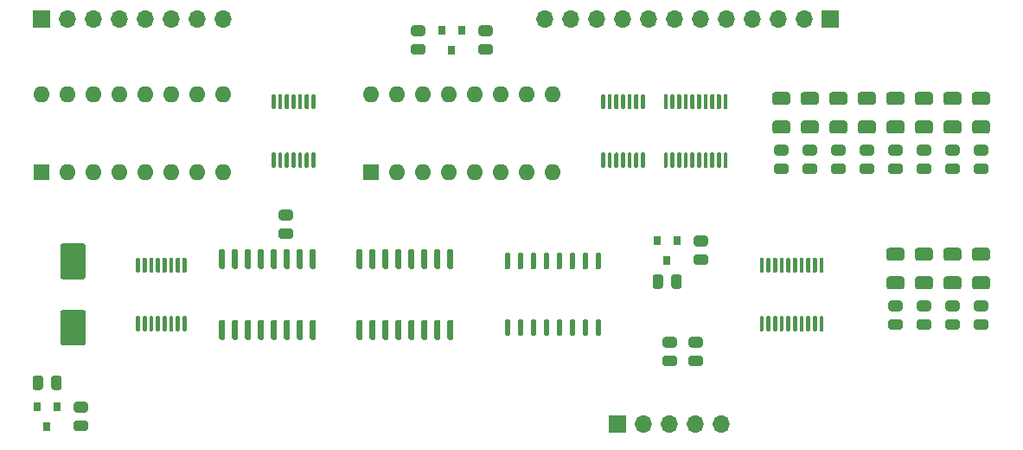
<source format=gbr>
%TF.GenerationSoftware,KiCad,Pcbnew,(5.1.10-1-10_14)*%
%TF.CreationDate,2021-11-15T09:00:54-05:00*%
%TF.ProjectId,FIFO-ram-buffer,4649464f-2d72-4616-9d2d-627566666572,rev?*%
%TF.SameCoordinates,Original*%
%TF.FileFunction,Soldermask,Top*%
%TF.FilePolarity,Negative*%
%FSLAX46Y46*%
G04 Gerber Fmt 4.6, Leading zero omitted, Abs format (unit mm)*
G04 Created by KiCad (PCBNEW (5.1.10-1-10_14)) date 2021-11-15 09:00:54*
%MOMM*%
%LPD*%
G01*
G04 APERTURE LIST*
%ADD10O,1.700000X1.700000*%
%ADD11R,1.700000X1.700000*%
%ADD12O,1.600000X1.600000*%
%ADD13R,1.600000X1.600000*%
%ADD14R,0.800000X0.900000*%
G04 APERTURE END LIST*
D10*
%TO.C,J3*%
X117856000Y-107188000D03*
X120396000Y-107188000D03*
X122936000Y-107188000D03*
X125476000Y-107188000D03*
X128016000Y-107188000D03*
X130556000Y-107188000D03*
X133096000Y-107188000D03*
X135636000Y-107188000D03*
X138176000Y-107188000D03*
X140716000Y-107188000D03*
X143256000Y-107188000D03*
D11*
X145796000Y-107188000D03*
%TD*%
%TO.C,U8*%
G36*
G01*
X114310500Y-131662000D02*
X114035500Y-131662000D01*
G75*
G02*
X113898000Y-131524500I0J137500D01*
G01*
X113898000Y-130199500D01*
G75*
G02*
X114035500Y-130062000I137500J0D01*
G01*
X114310500Y-130062000D01*
G75*
G02*
X114448000Y-130199500I0J-137500D01*
G01*
X114448000Y-131524500D01*
G75*
G02*
X114310500Y-131662000I-137500J0D01*
G01*
G37*
G36*
G01*
X115580500Y-131662000D02*
X115305500Y-131662000D01*
G75*
G02*
X115168000Y-131524500I0J137500D01*
G01*
X115168000Y-130199500D01*
G75*
G02*
X115305500Y-130062000I137500J0D01*
G01*
X115580500Y-130062000D01*
G75*
G02*
X115718000Y-130199500I0J-137500D01*
G01*
X115718000Y-131524500D01*
G75*
G02*
X115580500Y-131662000I-137500J0D01*
G01*
G37*
G36*
G01*
X116850500Y-131662000D02*
X116575500Y-131662000D01*
G75*
G02*
X116438000Y-131524500I0J137500D01*
G01*
X116438000Y-130199500D01*
G75*
G02*
X116575500Y-130062000I137500J0D01*
G01*
X116850500Y-130062000D01*
G75*
G02*
X116988000Y-130199500I0J-137500D01*
G01*
X116988000Y-131524500D01*
G75*
G02*
X116850500Y-131662000I-137500J0D01*
G01*
G37*
G36*
G01*
X118120500Y-131662000D02*
X117845500Y-131662000D01*
G75*
G02*
X117708000Y-131524500I0J137500D01*
G01*
X117708000Y-130199500D01*
G75*
G02*
X117845500Y-130062000I137500J0D01*
G01*
X118120500Y-130062000D01*
G75*
G02*
X118258000Y-130199500I0J-137500D01*
G01*
X118258000Y-131524500D01*
G75*
G02*
X118120500Y-131662000I-137500J0D01*
G01*
G37*
G36*
G01*
X119390500Y-131662000D02*
X119115500Y-131662000D01*
G75*
G02*
X118978000Y-131524500I0J137500D01*
G01*
X118978000Y-130199500D01*
G75*
G02*
X119115500Y-130062000I137500J0D01*
G01*
X119390500Y-130062000D01*
G75*
G02*
X119528000Y-130199500I0J-137500D01*
G01*
X119528000Y-131524500D01*
G75*
G02*
X119390500Y-131662000I-137500J0D01*
G01*
G37*
G36*
G01*
X120660500Y-131662000D02*
X120385500Y-131662000D01*
G75*
G02*
X120248000Y-131524500I0J137500D01*
G01*
X120248000Y-130199500D01*
G75*
G02*
X120385500Y-130062000I137500J0D01*
G01*
X120660500Y-130062000D01*
G75*
G02*
X120798000Y-130199500I0J-137500D01*
G01*
X120798000Y-131524500D01*
G75*
G02*
X120660500Y-131662000I-137500J0D01*
G01*
G37*
G36*
G01*
X121930500Y-131662000D02*
X121655500Y-131662000D01*
G75*
G02*
X121518000Y-131524500I0J137500D01*
G01*
X121518000Y-130199500D01*
G75*
G02*
X121655500Y-130062000I137500J0D01*
G01*
X121930500Y-130062000D01*
G75*
G02*
X122068000Y-130199500I0J-137500D01*
G01*
X122068000Y-131524500D01*
G75*
G02*
X121930500Y-131662000I-137500J0D01*
G01*
G37*
G36*
G01*
X123200500Y-131662000D02*
X122925500Y-131662000D01*
G75*
G02*
X122788000Y-131524500I0J137500D01*
G01*
X122788000Y-130199500D01*
G75*
G02*
X122925500Y-130062000I137500J0D01*
G01*
X123200500Y-130062000D01*
G75*
G02*
X123338000Y-130199500I0J-137500D01*
G01*
X123338000Y-131524500D01*
G75*
G02*
X123200500Y-131662000I-137500J0D01*
G01*
G37*
G36*
G01*
X123200500Y-138162000D02*
X122925500Y-138162000D01*
G75*
G02*
X122788000Y-138024500I0J137500D01*
G01*
X122788000Y-136699500D01*
G75*
G02*
X122925500Y-136562000I137500J0D01*
G01*
X123200500Y-136562000D01*
G75*
G02*
X123338000Y-136699500I0J-137500D01*
G01*
X123338000Y-138024500D01*
G75*
G02*
X123200500Y-138162000I-137500J0D01*
G01*
G37*
G36*
G01*
X121930500Y-138162000D02*
X121655500Y-138162000D01*
G75*
G02*
X121518000Y-138024500I0J137500D01*
G01*
X121518000Y-136699500D01*
G75*
G02*
X121655500Y-136562000I137500J0D01*
G01*
X121930500Y-136562000D01*
G75*
G02*
X122068000Y-136699500I0J-137500D01*
G01*
X122068000Y-138024500D01*
G75*
G02*
X121930500Y-138162000I-137500J0D01*
G01*
G37*
G36*
G01*
X120660500Y-138162000D02*
X120385500Y-138162000D01*
G75*
G02*
X120248000Y-138024500I0J137500D01*
G01*
X120248000Y-136699500D01*
G75*
G02*
X120385500Y-136562000I137500J0D01*
G01*
X120660500Y-136562000D01*
G75*
G02*
X120798000Y-136699500I0J-137500D01*
G01*
X120798000Y-138024500D01*
G75*
G02*
X120660500Y-138162000I-137500J0D01*
G01*
G37*
G36*
G01*
X119390500Y-138162000D02*
X119115500Y-138162000D01*
G75*
G02*
X118978000Y-138024500I0J137500D01*
G01*
X118978000Y-136699500D01*
G75*
G02*
X119115500Y-136562000I137500J0D01*
G01*
X119390500Y-136562000D01*
G75*
G02*
X119528000Y-136699500I0J-137500D01*
G01*
X119528000Y-138024500D01*
G75*
G02*
X119390500Y-138162000I-137500J0D01*
G01*
G37*
G36*
G01*
X118120500Y-138162000D02*
X117845500Y-138162000D01*
G75*
G02*
X117708000Y-138024500I0J137500D01*
G01*
X117708000Y-136699500D01*
G75*
G02*
X117845500Y-136562000I137500J0D01*
G01*
X118120500Y-136562000D01*
G75*
G02*
X118258000Y-136699500I0J-137500D01*
G01*
X118258000Y-138024500D01*
G75*
G02*
X118120500Y-138162000I-137500J0D01*
G01*
G37*
G36*
G01*
X116850500Y-138162000D02*
X116575500Y-138162000D01*
G75*
G02*
X116438000Y-138024500I0J137500D01*
G01*
X116438000Y-136699500D01*
G75*
G02*
X116575500Y-136562000I137500J0D01*
G01*
X116850500Y-136562000D01*
G75*
G02*
X116988000Y-136699500I0J-137500D01*
G01*
X116988000Y-138024500D01*
G75*
G02*
X116850500Y-138162000I-137500J0D01*
G01*
G37*
G36*
G01*
X115580500Y-138162000D02*
X115305500Y-138162000D01*
G75*
G02*
X115168000Y-138024500I0J137500D01*
G01*
X115168000Y-136699500D01*
G75*
G02*
X115305500Y-136562000I137500J0D01*
G01*
X115580500Y-136562000D01*
G75*
G02*
X115718000Y-136699500I0J-137500D01*
G01*
X115718000Y-138024500D01*
G75*
G02*
X115580500Y-138162000I-137500J0D01*
G01*
G37*
G36*
G01*
X114310500Y-138162000D02*
X114035500Y-138162000D01*
G75*
G02*
X113898000Y-138024500I0J137500D01*
G01*
X113898000Y-136699500D01*
G75*
G02*
X114035500Y-136562000I137500J0D01*
G01*
X114310500Y-136562000D01*
G75*
G02*
X114448000Y-136699500I0J-137500D01*
G01*
X114448000Y-138024500D01*
G75*
G02*
X114310500Y-138162000I-137500J0D01*
G01*
G37*
%TD*%
%TO.C,U6*%
G36*
G01*
X99845000Y-131637000D02*
X99545000Y-131637000D01*
G75*
G02*
X99395000Y-131487000I0J150000D01*
G01*
X99395000Y-129812000D01*
G75*
G02*
X99545000Y-129662000I150000J0D01*
G01*
X99845000Y-129662000D01*
G75*
G02*
X99995000Y-129812000I0J-150000D01*
G01*
X99995000Y-131487000D01*
G75*
G02*
X99845000Y-131637000I-150000J0D01*
G01*
G37*
G36*
G01*
X101115000Y-131637000D02*
X100815000Y-131637000D01*
G75*
G02*
X100665000Y-131487000I0J150000D01*
G01*
X100665000Y-129812000D01*
G75*
G02*
X100815000Y-129662000I150000J0D01*
G01*
X101115000Y-129662000D01*
G75*
G02*
X101265000Y-129812000I0J-150000D01*
G01*
X101265000Y-131487000D01*
G75*
G02*
X101115000Y-131637000I-150000J0D01*
G01*
G37*
G36*
G01*
X102385000Y-131637000D02*
X102085000Y-131637000D01*
G75*
G02*
X101935000Y-131487000I0J150000D01*
G01*
X101935000Y-129812000D01*
G75*
G02*
X102085000Y-129662000I150000J0D01*
G01*
X102385000Y-129662000D01*
G75*
G02*
X102535000Y-129812000I0J-150000D01*
G01*
X102535000Y-131487000D01*
G75*
G02*
X102385000Y-131637000I-150000J0D01*
G01*
G37*
G36*
G01*
X103655000Y-131637000D02*
X103355000Y-131637000D01*
G75*
G02*
X103205000Y-131487000I0J150000D01*
G01*
X103205000Y-129812000D01*
G75*
G02*
X103355000Y-129662000I150000J0D01*
G01*
X103655000Y-129662000D01*
G75*
G02*
X103805000Y-129812000I0J-150000D01*
G01*
X103805000Y-131487000D01*
G75*
G02*
X103655000Y-131637000I-150000J0D01*
G01*
G37*
G36*
G01*
X104925000Y-131637000D02*
X104625000Y-131637000D01*
G75*
G02*
X104475000Y-131487000I0J150000D01*
G01*
X104475000Y-129812000D01*
G75*
G02*
X104625000Y-129662000I150000J0D01*
G01*
X104925000Y-129662000D01*
G75*
G02*
X105075000Y-129812000I0J-150000D01*
G01*
X105075000Y-131487000D01*
G75*
G02*
X104925000Y-131637000I-150000J0D01*
G01*
G37*
G36*
G01*
X106195000Y-131637000D02*
X105895000Y-131637000D01*
G75*
G02*
X105745000Y-131487000I0J150000D01*
G01*
X105745000Y-129812000D01*
G75*
G02*
X105895000Y-129662000I150000J0D01*
G01*
X106195000Y-129662000D01*
G75*
G02*
X106345000Y-129812000I0J-150000D01*
G01*
X106345000Y-131487000D01*
G75*
G02*
X106195000Y-131637000I-150000J0D01*
G01*
G37*
G36*
G01*
X107465000Y-131637000D02*
X107165000Y-131637000D01*
G75*
G02*
X107015000Y-131487000I0J150000D01*
G01*
X107015000Y-129812000D01*
G75*
G02*
X107165000Y-129662000I150000J0D01*
G01*
X107465000Y-129662000D01*
G75*
G02*
X107615000Y-129812000I0J-150000D01*
G01*
X107615000Y-131487000D01*
G75*
G02*
X107465000Y-131637000I-150000J0D01*
G01*
G37*
G36*
G01*
X108735000Y-131637000D02*
X108435000Y-131637000D01*
G75*
G02*
X108285000Y-131487000I0J150000D01*
G01*
X108285000Y-129812000D01*
G75*
G02*
X108435000Y-129662000I150000J0D01*
G01*
X108735000Y-129662000D01*
G75*
G02*
X108885000Y-129812000I0J-150000D01*
G01*
X108885000Y-131487000D01*
G75*
G02*
X108735000Y-131637000I-150000J0D01*
G01*
G37*
G36*
G01*
X108735000Y-138562000D02*
X108435000Y-138562000D01*
G75*
G02*
X108285000Y-138412000I0J150000D01*
G01*
X108285000Y-136737000D01*
G75*
G02*
X108435000Y-136587000I150000J0D01*
G01*
X108735000Y-136587000D01*
G75*
G02*
X108885000Y-136737000I0J-150000D01*
G01*
X108885000Y-138412000D01*
G75*
G02*
X108735000Y-138562000I-150000J0D01*
G01*
G37*
G36*
G01*
X107465000Y-138562000D02*
X107165000Y-138562000D01*
G75*
G02*
X107015000Y-138412000I0J150000D01*
G01*
X107015000Y-136737000D01*
G75*
G02*
X107165000Y-136587000I150000J0D01*
G01*
X107465000Y-136587000D01*
G75*
G02*
X107615000Y-136737000I0J-150000D01*
G01*
X107615000Y-138412000D01*
G75*
G02*
X107465000Y-138562000I-150000J0D01*
G01*
G37*
G36*
G01*
X106195000Y-138562000D02*
X105895000Y-138562000D01*
G75*
G02*
X105745000Y-138412000I0J150000D01*
G01*
X105745000Y-136737000D01*
G75*
G02*
X105895000Y-136587000I150000J0D01*
G01*
X106195000Y-136587000D01*
G75*
G02*
X106345000Y-136737000I0J-150000D01*
G01*
X106345000Y-138412000D01*
G75*
G02*
X106195000Y-138562000I-150000J0D01*
G01*
G37*
G36*
G01*
X104925000Y-138562000D02*
X104625000Y-138562000D01*
G75*
G02*
X104475000Y-138412000I0J150000D01*
G01*
X104475000Y-136737000D01*
G75*
G02*
X104625000Y-136587000I150000J0D01*
G01*
X104925000Y-136587000D01*
G75*
G02*
X105075000Y-136737000I0J-150000D01*
G01*
X105075000Y-138412000D01*
G75*
G02*
X104925000Y-138562000I-150000J0D01*
G01*
G37*
G36*
G01*
X103655000Y-138562000D02*
X103355000Y-138562000D01*
G75*
G02*
X103205000Y-138412000I0J150000D01*
G01*
X103205000Y-136737000D01*
G75*
G02*
X103355000Y-136587000I150000J0D01*
G01*
X103655000Y-136587000D01*
G75*
G02*
X103805000Y-136737000I0J-150000D01*
G01*
X103805000Y-138412000D01*
G75*
G02*
X103655000Y-138562000I-150000J0D01*
G01*
G37*
G36*
G01*
X102385000Y-138562000D02*
X102085000Y-138562000D01*
G75*
G02*
X101935000Y-138412000I0J150000D01*
G01*
X101935000Y-136737000D01*
G75*
G02*
X102085000Y-136587000I150000J0D01*
G01*
X102385000Y-136587000D01*
G75*
G02*
X102535000Y-136737000I0J-150000D01*
G01*
X102535000Y-138412000D01*
G75*
G02*
X102385000Y-138562000I-150000J0D01*
G01*
G37*
G36*
G01*
X101115000Y-138562000D02*
X100815000Y-138562000D01*
G75*
G02*
X100665000Y-138412000I0J150000D01*
G01*
X100665000Y-136737000D01*
G75*
G02*
X100815000Y-136587000I150000J0D01*
G01*
X101115000Y-136587000D01*
G75*
G02*
X101265000Y-136737000I0J-150000D01*
G01*
X101265000Y-138412000D01*
G75*
G02*
X101115000Y-138562000I-150000J0D01*
G01*
G37*
G36*
G01*
X99845000Y-138562000D02*
X99545000Y-138562000D01*
G75*
G02*
X99395000Y-138412000I0J150000D01*
G01*
X99395000Y-136737000D01*
G75*
G02*
X99545000Y-136587000I150000J0D01*
G01*
X99845000Y-136587000D01*
G75*
G02*
X99995000Y-136737000I0J-150000D01*
G01*
X99995000Y-138412000D01*
G75*
G02*
X99845000Y-138562000I-150000J0D01*
G01*
G37*
%TD*%
%TO.C,U4*%
G36*
G01*
X86383000Y-131637000D02*
X86083000Y-131637000D01*
G75*
G02*
X85933000Y-131487000I0J150000D01*
G01*
X85933000Y-129812000D01*
G75*
G02*
X86083000Y-129662000I150000J0D01*
G01*
X86383000Y-129662000D01*
G75*
G02*
X86533000Y-129812000I0J-150000D01*
G01*
X86533000Y-131487000D01*
G75*
G02*
X86383000Y-131637000I-150000J0D01*
G01*
G37*
G36*
G01*
X87653000Y-131637000D02*
X87353000Y-131637000D01*
G75*
G02*
X87203000Y-131487000I0J150000D01*
G01*
X87203000Y-129812000D01*
G75*
G02*
X87353000Y-129662000I150000J0D01*
G01*
X87653000Y-129662000D01*
G75*
G02*
X87803000Y-129812000I0J-150000D01*
G01*
X87803000Y-131487000D01*
G75*
G02*
X87653000Y-131637000I-150000J0D01*
G01*
G37*
G36*
G01*
X88923000Y-131637000D02*
X88623000Y-131637000D01*
G75*
G02*
X88473000Y-131487000I0J150000D01*
G01*
X88473000Y-129812000D01*
G75*
G02*
X88623000Y-129662000I150000J0D01*
G01*
X88923000Y-129662000D01*
G75*
G02*
X89073000Y-129812000I0J-150000D01*
G01*
X89073000Y-131487000D01*
G75*
G02*
X88923000Y-131637000I-150000J0D01*
G01*
G37*
G36*
G01*
X90193000Y-131637000D02*
X89893000Y-131637000D01*
G75*
G02*
X89743000Y-131487000I0J150000D01*
G01*
X89743000Y-129812000D01*
G75*
G02*
X89893000Y-129662000I150000J0D01*
G01*
X90193000Y-129662000D01*
G75*
G02*
X90343000Y-129812000I0J-150000D01*
G01*
X90343000Y-131487000D01*
G75*
G02*
X90193000Y-131637000I-150000J0D01*
G01*
G37*
G36*
G01*
X91463000Y-131637000D02*
X91163000Y-131637000D01*
G75*
G02*
X91013000Y-131487000I0J150000D01*
G01*
X91013000Y-129812000D01*
G75*
G02*
X91163000Y-129662000I150000J0D01*
G01*
X91463000Y-129662000D01*
G75*
G02*
X91613000Y-129812000I0J-150000D01*
G01*
X91613000Y-131487000D01*
G75*
G02*
X91463000Y-131637000I-150000J0D01*
G01*
G37*
G36*
G01*
X92733000Y-131637000D02*
X92433000Y-131637000D01*
G75*
G02*
X92283000Y-131487000I0J150000D01*
G01*
X92283000Y-129812000D01*
G75*
G02*
X92433000Y-129662000I150000J0D01*
G01*
X92733000Y-129662000D01*
G75*
G02*
X92883000Y-129812000I0J-150000D01*
G01*
X92883000Y-131487000D01*
G75*
G02*
X92733000Y-131637000I-150000J0D01*
G01*
G37*
G36*
G01*
X94003000Y-131637000D02*
X93703000Y-131637000D01*
G75*
G02*
X93553000Y-131487000I0J150000D01*
G01*
X93553000Y-129812000D01*
G75*
G02*
X93703000Y-129662000I150000J0D01*
G01*
X94003000Y-129662000D01*
G75*
G02*
X94153000Y-129812000I0J-150000D01*
G01*
X94153000Y-131487000D01*
G75*
G02*
X94003000Y-131637000I-150000J0D01*
G01*
G37*
G36*
G01*
X95273000Y-131637000D02*
X94973000Y-131637000D01*
G75*
G02*
X94823000Y-131487000I0J150000D01*
G01*
X94823000Y-129812000D01*
G75*
G02*
X94973000Y-129662000I150000J0D01*
G01*
X95273000Y-129662000D01*
G75*
G02*
X95423000Y-129812000I0J-150000D01*
G01*
X95423000Y-131487000D01*
G75*
G02*
X95273000Y-131637000I-150000J0D01*
G01*
G37*
G36*
G01*
X95273000Y-138562000D02*
X94973000Y-138562000D01*
G75*
G02*
X94823000Y-138412000I0J150000D01*
G01*
X94823000Y-136737000D01*
G75*
G02*
X94973000Y-136587000I150000J0D01*
G01*
X95273000Y-136587000D01*
G75*
G02*
X95423000Y-136737000I0J-150000D01*
G01*
X95423000Y-138412000D01*
G75*
G02*
X95273000Y-138562000I-150000J0D01*
G01*
G37*
G36*
G01*
X94003000Y-138562000D02*
X93703000Y-138562000D01*
G75*
G02*
X93553000Y-138412000I0J150000D01*
G01*
X93553000Y-136737000D01*
G75*
G02*
X93703000Y-136587000I150000J0D01*
G01*
X94003000Y-136587000D01*
G75*
G02*
X94153000Y-136737000I0J-150000D01*
G01*
X94153000Y-138412000D01*
G75*
G02*
X94003000Y-138562000I-150000J0D01*
G01*
G37*
G36*
G01*
X92733000Y-138562000D02*
X92433000Y-138562000D01*
G75*
G02*
X92283000Y-138412000I0J150000D01*
G01*
X92283000Y-136737000D01*
G75*
G02*
X92433000Y-136587000I150000J0D01*
G01*
X92733000Y-136587000D01*
G75*
G02*
X92883000Y-136737000I0J-150000D01*
G01*
X92883000Y-138412000D01*
G75*
G02*
X92733000Y-138562000I-150000J0D01*
G01*
G37*
G36*
G01*
X91463000Y-138562000D02*
X91163000Y-138562000D01*
G75*
G02*
X91013000Y-138412000I0J150000D01*
G01*
X91013000Y-136737000D01*
G75*
G02*
X91163000Y-136587000I150000J0D01*
G01*
X91463000Y-136587000D01*
G75*
G02*
X91613000Y-136737000I0J-150000D01*
G01*
X91613000Y-138412000D01*
G75*
G02*
X91463000Y-138562000I-150000J0D01*
G01*
G37*
G36*
G01*
X90193000Y-138562000D02*
X89893000Y-138562000D01*
G75*
G02*
X89743000Y-138412000I0J150000D01*
G01*
X89743000Y-136737000D01*
G75*
G02*
X89893000Y-136587000I150000J0D01*
G01*
X90193000Y-136587000D01*
G75*
G02*
X90343000Y-136737000I0J-150000D01*
G01*
X90343000Y-138412000D01*
G75*
G02*
X90193000Y-138562000I-150000J0D01*
G01*
G37*
G36*
G01*
X88923000Y-138562000D02*
X88623000Y-138562000D01*
G75*
G02*
X88473000Y-138412000I0J150000D01*
G01*
X88473000Y-136737000D01*
G75*
G02*
X88623000Y-136587000I150000J0D01*
G01*
X88923000Y-136587000D01*
G75*
G02*
X89073000Y-136737000I0J-150000D01*
G01*
X89073000Y-138412000D01*
G75*
G02*
X88923000Y-138562000I-150000J0D01*
G01*
G37*
G36*
G01*
X87653000Y-138562000D02*
X87353000Y-138562000D01*
G75*
G02*
X87203000Y-138412000I0J150000D01*
G01*
X87203000Y-136737000D01*
G75*
G02*
X87353000Y-136587000I150000J0D01*
G01*
X87653000Y-136587000D01*
G75*
G02*
X87803000Y-136737000I0J-150000D01*
G01*
X87803000Y-138412000D01*
G75*
G02*
X87653000Y-138562000I-150000J0D01*
G01*
G37*
G36*
G01*
X86383000Y-138562000D02*
X86083000Y-138562000D01*
G75*
G02*
X85933000Y-138412000I0J150000D01*
G01*
X85933000Y-136737000D01*
G75*
G02*
X86083000Y-136587000I150000J0D01*
G01*
X86383000Y-136587000D01*
G75*
G02*
X86533000Y-136737000I0J-150000D01*
G01*
X86533000Y-138412000D01*
G75*
G02*
X86383000Y-138562000I-150000J0D01*
G01*
G37*
%TD*%
%TO.C,U1*%
G36*
G01*
X91368000Y-115985000D02*
X91168000Y-115985000D01*
G75*
G02*
X91068000Y-115885000I0J100000D01*
G01*
X91068000Y-114610000D01*
G75*
G02*
X91168000Y-114510000I100000J0D01*
G01*
X91368000Y-114510000D01*
G75*
G02*
X91468000Y-114610000I0J-100000D01*
G01*
X91468000Y-115885000D01*
G75*
G02*
X91368000Y-115985000I-100000J0D01*
G01*
G37*
G36*
G01*
X92018000Y-115985000D02*
X91818000Y-115985000D01*
G75*
G02*
X91718000Y-115885000I0J100000D01*
G01*
X91718000Y-114610000D01*
G75*
G02*
X91818000Y-114510000I100000J0D01*
G01*
X92018000Y-114510000D01*
G75*
G02*
X92118000Y-114610000I0J-100000D01*
G01*
X92118000Y-115885000D01*
G75*
G02*
X92018000Y-115985000I-100000J0D01*
G01*
G37*
G36*
G01*
X92668000Y-115985000D02*
X92468000Y-115985000D01*
G75*
G02*
X92368000Y-115885000I0J100000D01*
G01*
X92368000Y-114610000D01*
G75*
G02*
X92468000Y-114510000I100000J0D01*
G01*
X92668000Y-114510000D01*
G75*
G02*
X92768000Y-114610000I0J-100000D01*
G01*
X92768000Y-115885000D01*
G75*
G02*
X92668000Y-115985000I-100000J0D01*
G01*
G37*
G36*
G01*
X93318000Y-115985000D02*
X93118000Y-115985000D01*
G75*
G02*
X93018000Y-115885000I0J100000D01*
G01*
X93018000Y-114610000D01*
G75*
G02*
X93118000Y-114510000I100000J0D01*
G01*
X93318000Y-114510000D01*
G75*
G02*
X93418000Y-114610000I0J-100000D01*
G01*
X93418000Y-115885000D01*
G75*
G02*
X93318000Y-115985000I-100000J0D01*
G01*
G37*
G36*
G01*
X93968000Y-115985000D02*
X93768000Y-115985000D01*
G75*
G02*
X93668000Y-115885000I0J100000D01*
G01*
X93668000Y-114610000D01*
G75*
G02*
X93768000Y-114510000I100000J0D01*
G01*
X93968000Y-114510000D01*
G75*
G02*
X94068000Y-114610000I0J-100000D01*
G01*
X94068000Y-115885000D01*
G75*
G02*
X93968000Y-115985000I-100000J0D01*
G01*
G37*
G36*
G01*
X94618000Y-115985000D02*
X94418000Y-115985000D01*
G75*
G02*
X94318000Y-115885000I0J100000D01*
G01*
X94318000Y-114610000D01*
G75*
G02*
X94418000Y-114510000I100000J0D01*
G01*
X94618000Y-114510000D01*
G75*
G02*
X94718000Y-114610000I0J-100000D01*
G01*
X94718000Y-115885000D01*
G75*
G02*
X94618000Y-115985000I-100000J0D01*
G01*
G37*
G36*
G01*
X95268000Y-115985000D02*
X95068000Y-115985000D01*
G75*
G02*
X94968000Y-115885000I0J100000D01*
G01*
X94968000Y-114610000D01*
G75*
G02*
X95068000Y-114510000I100000J0D01*
G01*
X95268000Y-114510000D01*
G75*
G02*
X95368000Y-114610000I0J-100000D01*
G01*
X95368000Y-115885000D01*
G75*
G02*
X95268000Y-115985000I-100000J0D01*
G01*
G37*
G36*
G01*
X95268000Y-121710000D02*
X95068000Y-121710000D01*
G75*
G02*
X94968000Y-121610000I0J100000D01*
G01*
X94968000Y-120335000D01*
G75*
G02*
X95068000Y-120235000I100000J0D01*
G01*
X95268000Y-120235000D01*
G75*
G02*
X95368000Y-120335000I0J-100000D01*
G01*
X95368000Y-121610000D01*
G75*
G02*
X95268000Y-121710000I-100000J0D01*
G01*
G37*
G36*
G01*
X94618000Y-121710000D02*
X94418000Y-121710000D01*
G75*
G02*
X94318000Y-121610000I0J100000D01*
G01*
X94318000Y-120335000D01*
G75*
G02*
X94418000Y-120235000I100000J0D01*
G01*
X94618000Y-120235000D01*
G75*
G02*
X94718000Y-120335000I0J-100000D01*
G01*
X94718000Y-121610000D01*
G75*
G02*
X94618000Y-121710000I-100000J0D01*
G01*
G37*
G36*
G01*
X93968000Y-121710000D02*
X93768000Y-121710000D01*
G75*
G02*
X93668000Y-121610000I0J100000D01*
G01*
X93668000Y-120335000D01*
G75*
G02*
X93768000Y-120235000I100000J0D01*
G01*
X93968000Y-120235000D01*
G75*
G02*
X94068000Y-120335000I0J-100000D01*
G01*
X94068000Y-121610000D01*
G75*
G02*
X93968000Y-121710000I-100000J0D01*
G01*
G37*
G36*
G01*
X93318000Y-121710000D02*
X93118000Y-121710000D01*
G75*
G02*
X93018000Y-121610000I0J100000D01*
G01*
X93018000Y-120335000D01*
G75*
G02*
X93118000Y-120235000I100000J0D01*
G01*
X93318000Y-120235000D01*
G75*
G02*
X93418000Y-120335000I0J-100000D01*
G01*
X93418000Y-121610000D01*
G75*
G02*
X93318000Y-121710000I-100000J0D01*
G01*
G37*
G36*
G01*
X92668000Y-121710000D02*
X92468000Y-121710000D01*
G75*
G02*
X92368000Y-121610000I0J100000D01*
G01*
X92368000Y-120335000D01*
G75*
G02*
X92468000Y-120235000I100000J0D01*
G01*
X92668000Y-120235000D01*
G75*
G02*
X92768000Y-120335000I0J-100000D01*
G01*
X92768000Y-121610000D01*
G75*
G02*
X92668000Y-121710000I-100000J0D01*
G01*
G37*
G36*
G01*
X92018000Y-121710000D02*
X91818000Y-121710000D01*
G75*
G02*
X91718000Y-121610000I0J100000D01*
G01*
X91718000Y-120335000D01*
G75*
G02*
X91818000Y-120235000I100000J0D01*
G01*
X92018000Y-120235000D01*
G75*
G02*
X92118000Y-120335000I0J-100000D01*
G01*
X92118000Y-121610000D01*
G75*
G02*
X92018000Y-121710000I-100000J0D01*
G01*
G37*
G36*
G01*
X91368000Y-121710000D02*
X91168000Y-121710000D01*
G75*
G02*
X91068000Y-121610000I0J100000D01*
G01*
X91068000Y-120335000D01*
G75*
G02*
X91168000Y-120235000I100000J0D01*
G01*
X91368000Y-120235000D01*
G75*
G02*
X91468000Y-120335000I0J-100000D01*
G01*
X91468000Y-121610000D01*
G75*
G02*
X91368000Y-121710000I-100000J0D01*
G01*
G37*
%TD*%
%TO.C,U10*%
G36*
G01*
X129763000Y-115985000D02*
X129563000Y-115985000D01*
G75*
G02*
X129463000Y-115885000I0J100000D01*
G01*
X129463000Y-114610000D01*
G75*
G02*
X129563000Y-114510000I100000J0D01*
G01*
X129763000Y-114510000D01*
G75*
G02*
X129863000Y-114610000I0J-100000D01*
G01*
X129863000Y-115885000D01*
G75*
G02*
X129763000Y-115985000I-100000J0D01*
G01*
G37*
G36*
G01*
X130413000Y-115985000D02*
X130213000Y-115985000D01*
G75*
G02*
X130113000Y-115885000I0J100000D01*
G01*
X130113000Y-114610000D01*
G75*
G02*
X130213000Y-114510000I100000J0D01*
G01*
X130413000Y-114510000D01*
G75*
G02*
X130513000Y-114610000I0J-100000D01*
G01*
X130513000Y-115885000D01*
G75*
G02*
X130413000Y-115985000I-100000J0D01*
G01*
G37*
G36*
G01*
X131063000Y-115985000D02*
X130863000Y-115985000D01*
G75*
G02*
X130763000Y-115885000I0J100000D01*
G01*
X130763000Y-114610000D01*
G75*
G02*
X130863000Y-114510000I100000J0D01*
G01*
X131063000Y-114510000D01*
G75*
G02*
X131163000Y-114610000I0J-100000D01*
G01*
X131163000Y-115885000D01*
G75*
G02*
X131063000Y-115985000I-100000J0D01*
G01*
G37*
G36*
G01*
X131713000Y-115985000D02*
X131513000Y-115985000D01*
G75*
G02*
X131413000Y-115885000I0J100000D01*
G01*
X131413000Y-114610000D01*
G75*
G02*
X131513000Y-114510000I100000J0D01*
G01*
X131713000Y-114510000D01*
G75*
G02*
X131813000Y-114610000I0J-100000D01*
G01*
X131813000Y-115885000D01*
G75*
G02*
X131713000Y-115985000I-100000J0D01*
G01*
G37*
G36*
G01*
X132363000Y-115985000D02*
X132163000Y-115985000D01*
G75*
G02*
X132063000Y-115885000I0J100000D01*
G01*
X132063000Y-114610000D01*
G75*
G02*
X132163000Y-114510000I100000J0D01*
G01*
X132363000Y-114510000D01*
G75*
G02*
X132463000Y-114610000I0J-100000D01*
G01*
X132463000Y-115885000D01*
G75*
G02*
X132363000Y-115985000I-100000J0D01*
G01*
G37*
G36*
G01*
X133013000Y-115985000D02*
X132813000Y-115985000D01*
G75*
G02*
X132713000Y-115885000I0J100000D01*
G01*
X132713000Y-114610000D01*
G75*
G02*
X132813000Y-114510000I100000J0D01*
G01*
X133013000Y-114510000D01*
G75*
G02*
X133113000Y-114610000I0J-100000D01*
G01*
X133113000Y-115885000D01*
G75*
G02*
X133013000Y-115985000I-100000J0D01*
G01*
G37*
G36*
G01*
X133663000Y-115985000D02*
X133463000Y-115985000D01*
G75*
G02*
X133363000Y-115885000I0J100000D01*
G01*
X133363000Y-114610000D01*
G75*
G02*
X133463000Y-114510000I100000J0D01*
G01*
X133663000Y-114510000D01*
G75*
G02*
X133763000Y-114610000I0J-100000D01*
G01*
X133763000Y-115885000D01*
G75*
G02*
X133663000Y-115985000I-100000J0D01*
G01*
G37*
G36*
G01*
X134313000Y-115985000D02*
X134113000Y-115985000D01*
G75*
G02*
X134013000Y-115885000I0J100000D01*
G01*
X134013000Y-114610000D01*
G75*
G02*
X134113000Y-114510000I100000J0D01*
G01*
X134313000Y-114510000D01*
G75*
G02*
X134413000Y-114610000I0J-100000D01*
G01*
X134413000Y-115885000D01*
G75*
G02*
X134313000Y-115985000I-100000J0D01*
G01*
G37*
G36*
G01*
X134963000Y-115985000D02*
X134763000Y-115985000D01*
G75*
G02*
X134663000Y-115885000I0J100000D01*
G01*
X134663000Y-114610000D01*
G75*
G02*
X134763000Y-114510000I100000J0D01*
G01*
X134963000Y-114510000D01*
G75*
G02*
X135063000Y-114610000I0J-100000D01*
G01*
X135063000Y-115885000D01*
G75*
G02*
X134963000Y-115985000I-100000J0D01*
G01*
G37*
G36*
G01*
X135613000Y-115985000D02*
X135413000Y-115985000D01*
G75*
G02*
X135313000Y-115885000I0J100000D01*
G01*
X135313000Y-114610000D01*
G75*
G02*
X135413000Y-114510000I100000J0D01*
G01*
X135613000Y-114510000D01*
G75*
G02*
X135713000Y-114610000I0J-100000D01*
G01*
X135713000Y-115885000D01*
G75*
G02*
X135613000Y-115985000I-100000J0D01*
G01*
G37*
G36*
G01*
X135613000Y-121710000D02*
X135413000Y-121710000D01*
G75*
G02*
X135313000Y-121610000I0J100000D01*
G01*
X135313000Y-120335000D01*
G75*
G02*
X135413000Y-120235000I100000J0D01*
G01*
X135613000Y-120235000D01*
G75*
G02*
X135713000Y-120335000I0J-100000D01*
G01*
X135713000Y-121610000D01*
G75*
G02*
X135613000Y-121710000I-100000J0D01*
G01*
G37*
G36*
G01*
X134963000Y-121710000D02*
X134763000Y-121710000D01*
G75*
G02*
X134663000Y-121610000I0J100000D01*
G01*
X134663000Y-120335000D01*
G75*
G02*
X134763000Y-120235000I100000J0D01*
G01*
X134963000Y-120235000D01*
G75*
G02*
X135063000Y-120335000I0J-100000D01*
G01*
X135063000Y-121610000D01*
G75*
G02*
X134963000Y-121710000I-100000J0D01*
G01*
G37*
G36*
G01*
X134313000Y-121710000D02*
X134113000Y-121710000D01*
G75*
G02*
X134013000Y-121610000I0J100000D01*
G01*
X134013000Y-120335000D01*
G75*
G02*
X134113000Y-120235000I100000J0D01*
G01*
X134313000Y-120235000D01*
G75*
G02*
X134413000Y-120335000I0J-100000D01*
G01*
X134413000Y-121610000D01*
G75*
G02*
X134313000Y-121710000I-100000J0D01*
G01*
G37*
G36*
G01*
X133663000Y-121710000D02*
X133463000Y-121710000D01*
G75*
G02*
X133363000Y-121610000I0J100000D01*
G01*
X133363000Y-120335000D01*
G75*
G02*
X133463000Y-120235000I100000J0D01*
G01*
X133663000Y-120235000D01*
G75*
G02*
X133763000Y-120335000I0J-100000D01*
G01*
X133763000Y-121610000D01*
G75*
G02*
X133663000Y-121710000I-100000J0D01*
G01*
G37*
G36*
G01*
X133013000Y-121710000D02*
X132813000Y-121710000D01*
G75*
G02*
X132713000Y-121610000I0J100000D01*
G01*
X132713000Y-120335000D01*
G75*
G02*
X132813000Y-120235000I100000J0D01*
G01*
X133013000Y-120235000D01*
G75*
G02*
X133113000Y-120335000I0J-100000D01*
G01*
X133113000Y-121610000D01*
G75*
G02*
X133013000Y-121710000I-100000J0D01*
G01*
G37*
G36*
G01*
X132363000Y-121710000D02*
X132163000Y-121710000D01*
G75*
G02*
X132063000Y-121610000I0J100000D01*
G01*
X132063000Y-120335000D01*
G75*
G02*
X132163000Y-120235000I100000J0D01*
G01*
X132363000Y-120235000D01*
G75*
G02*
X132463000Y-120335000I0J-100000D01*
G01*
X132463000Y-121610000D01*
G75*
G02*
X132363000Y-121710000I-100000J0D01*
G01*
G37*
G36*
G01*
X131713000Y-121710000D02*
X131513000Y-121710000D01*
G75*
G02*
X131413000Y-121610000I0J100000D01*
G01*
X131413000Y-120335000D01*
G75*
G02*
X131513000Y-120235000I100000J0D01*
G01*
X131713000Y-120235000D01*
G75*
G02*
X131813000Y-120335000I0J-100000D01*
G01*
X131813000Y-121610000D01*
G75*
G02*
X131713000Y-121710000I-100000J0D01*
G01*
G37*
G36*
G01*
X131063000Y-121710000D02*
X130863000Y-121710000D01*
G75*
G02*
X130763000Y-121610000I0J100000D01*
G01*
X130763000Y-120335000D01*
G75*
G02*
X130863000Y-120235000I100000J0D01*
G01*
X131063000Y-120235000D01*
G75*
G02*
X131163000Y-120335000I0J-100000D01*
G01*
X131163000Y-121610000D01*
G75*
G02*
X131063000Y-121710000I-100000J0D01*
G01*
G37*
G36*
G01*
X130413000Y-121710000D02*
X130213000Y-121710000D01*
G75*
G02*
X130113000Y-121610000I0J100000D01*
G01*
X130113000Y-120335000D01*
G75*
G02*
X130213000Y-120235000I100000J0D01*
G01*
X130413000Y-120235000D01*
G75*
G02*
X130513000Y-120335000I0J-100000D01*
G01*
X130513000Y-121610000D01*
G75*
G02*
X130413000Y-121710000I-100000J0D01*
G01*
G37*
G36*
G01*
X129763000Y-121710000D02*
X129563000Y-121710000D01*
G75*
G02*
X129463000Y-121610000I0J100000D01*
G01*
X129463000Y-120335000D01*
G75*
G02*
X129563000Y-120235000I100000J0D01*
G01*
X129763000Y-120235000D01*
G75*
G02*
X129863000Y-120335000I0J-100000D01*
G01*
X129863000Y-121610000D01*
G75*
G02*
X129763000Y-121710000I-100000J0D01*
G01*
G37*
%TD*%
%TO.C,U9*%
G36*
G01*
X139161000Y-131987000D02*
X138961000Y-131987000D01*
G75*
G02*
X138861000Y-131887000I0J100000D01*
G01*
X138861000Y-130612000D01*
G75*
G02*
X138961000Y-130512000I100000J0D01*
G01*
X139161000Y-130512000D01*
G75*
G02*
X139261000Y-130612000I0J-100000D01*
G01*
X139261000Y-131887000D01*
G75*
G02*
X139161000Y-131987000I-100000J0D01*
G01*
G37*
G36*
G01*
X139811000Y-131987000D02*
X139611000Y-131987000D01*
G75*
G02*
X139511000Y-131887000I0J100000D01*
G01*
X139511000Y-130612000D01*
G75*
G02*
X139611000Y-130512000I100000J0D01*
G01*
X139811000Y-130512000D01*
G75*
G02*
X139911000Y-130612000I0J-100000D01*
G01*
X139911000Y-131887000D01*
G75*
G02*
X139811000Y-131987000I-100000J0D01*
G01*
G37*
G36*
G01*
X140461000Y-131987000D02*
X140261000Y-131987000D01*
G75*
G02*
X140161000Y-131887000I0J100000D01*
G01*
X140161000Y-130612000D01*
G75*
G02*
X140261000Y-130512000I100000J0D01*
G01*
X140461000Y-130512000D01*
G75*
G02*
X140561000Y-130612000I0J-100000D01*
G01*
X140561000Y-131887000D01*
G75*
G02*
X140461000Y-131987000I-100000J0D01*
G01*
G37*
G36*
G01*
X141111000Y-131987000D02*
X140911000Y-131987000D01*
G75*
G02*
X140811000Y-131887000I0J100000D01*
G01*
X140811000Y-130612000D01*
G75*
G02*
X140911000Y-130512000I100000J0D01*
G01*
X141111000Y-130512000D01*
G75*
G02*
X141211000Y-130612000I0J-100000D01*
G01*
X141211000Y-131887000D01*
G75*
G02*
X141111000Y-131987000I-100000J0D01*
G01*
G37*
G36*
G01*
X141761000Y-131987000D02*
X141561000Y-131987000D01*
G75*
G02*
X141461000Y-131887000I0J100000D01*
G01*
X141461000Y-130612000D01*
G75*
G02*
X141561000Y-130512000I100000J0D01*
G01*
X141761000Y-130512000D01*
G75*
G02*
X141861000Y-130612000I0J-100000D01*
G01*
X141861000Y-131887000D01*
G75*
G02*
X141761000Y-131987000I-100000J0D01*
G01*
G37*
G36*
G01*
X142411000Y-131987000D02*
X142211000Y-131987000D01*
G75*
G02*
X142111000Y-131887000I0J100000D01*
G01*
X142111000Y-130612000D01*
G75*
G02*
X142211000Y-130512000I100000J0D01*
G01*
X142411000Y-130512000D01*
G75*
G02*
X142511000Y-130612000I0J-100000D01*
G01*
X142511000Y-131887000D01*
G75*
G02*
X142411000Y-131987000I-100000J0D01*
G01*
G37*
G36*
G01*
X143061000Y-131987000D02*
X142861000Y-131987000D01*
G75*
G02*
X142761000Y-131887000I0J100000D01*
G01*
X142761000Y-130612000D01*
G75*
G02*
X142861000Y-130512000I100000J0D01*
G01*
X143061000Y-130512000D01*
G75*
G02*
X143161000Y-130612000I0J-100000D01*
G01*
X143161000Y-131887000D01*
G75*
G02*
X143061000Y-131987000I-100000J0D01*
G01*
G37*
G36*
G01*
X143711000Y-131987000D02*
X143511000Y-131987000D01*
G75*
G02*
X143411000Y-131887000I0J100000D01*
G01*
X143411000Y-130612000D01*
G75*
G02*
X143511000Y-130512000I100000J0D01*
G01*
X143711000Y-130512000D01*
G75*
G02*
X143811000Y-130612000I0J-100000D01*
G01*
X143811000Y-131887000D01*
G75*
G02*
X143711000Y-131987000I-100000J0D01*
G01*
G37*
G36*
G01*
X144361000Y-131987000D02*
X144161000Y-131987000D01*
G75*
G02*
X144061000Y-131887000I0J100000D01*
G01*
X144061000Y-130612000D01*
G75*
G02*
X144161000Y-130512000I100000J0D01*
G01*
X144361000Y-130512000D01*
G75*
G02*
X144461000Y-130612000I0J-100000D01*
G01*
X144461000Y-131887000D01*
G75*
G02*
X144361000Y-131987000I-100000J0D01*
G01*
G37*
G36*
G01*
X145011000Y-131987000D02*
X144811000Y-131987000D01*
G75*
G02*
X144711000Y-131887000I0J100000D01*
G01*
X144711000Y-130612000D01*
G75*
G02*
X144811000Y-130512000I100000J0D01*
G01*
X145011000Y-130512000D01*
G75*
G02*
X145111000Y-130612000I0J-100000D01*
G01*
X145111000Y-131887000D01*
G75*
G02*
X145011000Y-131987000I-100000J0D01*
G01*
G37*
G36*
G01*
X145011000Y-137712000D02*
X144811000Y-137712000D01*
G75*
G02*
X144711000Y-137612000I0J100000D01*
G01*
X144711000Y-136337000D01*
G75*
G02*
X144811000Y-136237000I100000J0D01*
G01*
X145011000Y-136237000D01*
G75*
G02*
X145111000Y-136337000I0J-100000D01*
G01*
X145111000Y-137612000D01*
G75*
G02*
X145011000Y-137712000I-100000J0D01*
G01*
G37*
G36*
G01*
X144361000Y-137712000D02*
X144161000Y-137712000D01*
G75*
G02*
X144061000Y-137612000I0J100000D01*
G01*
X144061000Y-136337000D01*
G75*
G02*
X144161000Y-136237000I100000J0D01*
G01*
X144361000Y-136237000D01*
G75*
G02*
X144461000Y-136337000I0J-100000D01*
G01*
X144461000Y-137612000D01*
G75*
G02*
X144361000Y-137712000I-100000J0D01*
G01*
G37*
G36*
G01*
X143711000Y-137712000D02*
X143511000Y-137712000D01*
G75*
G02*
X143411000Y-137612000I0J100000D01*
G01*
X143411000Y-136337000D01*
G75*
G02*
X143511000Y-136237000I100000J0D01*
G01*
X143711000Y-136237000D01*
G75*
G02*
X143811000Y-136337000I0J-100000D01*
G01*
X143811000Y-137612000D01*
G75*
G02*
X143711000Y-137712000I-100000J0D01*
G01*
G37*
G36*
G01*
X143061000Y-137712000D02*
X142861000Y-137712000D01*
G75*
G02*
X142761000Y-137612000I0J100000D01*
G01*
X142761000Y-136337000D01*
G75*
G02*
X142861000Y-136237000I100000J0D01*
G01*
X143061000Y-136237000D01*
G75*
G02*
X143161000Y-136337000I0J-100000D01*
G01*
X143161000Y-137612000D01*
G75*
G02*
X143061000Y-137712000I-100000J0D01*
G01*
G37*
G36*
G01*
X142411000Y-137712000D02*
X142211000Y-137712000D01*
G75*
G02*
X142111000Y-137612000I0J100000D01*
G01*
X142111000Y-136337000D01*
G75*
G02*
X142211000Y-136237000I100000J0D01*
G01*
X142411000Y-136237000D01*
G75*
G02*
X142511000Y-136337000I0J-100000D01*
G01*
X142511000Y-137612000D01*
G75*
G02*
X142411000Y-137712000I-100000J0D01*
G01*
G37*
G36*
G01*
X141761000Y-137712000D02*
X141561000Y-137712000D01*
G75*
G02*
X141461000Y-137612000I0J100000D01*
G01*
X141461000Y-136337000D01*
G75*
G02*
X141561000Y-136237000I100000J0D01*
G01*
X141761000Y-136237000D01*
G75*
G02*
X141861000Y-136337000I0J-100000D01*
G01*
X141861000Y-137612000D01*
G75*
G02*
X141761000Y-137712000I-100000J0D01*
G01*
G37*
G36*
G01*
X141111000Y-137712000D02*
X140911000Y-137712000D01*
G75*
G02*
X140811000Y-137612000I0J100000D01*
G01*
X140811000Y-136337000D01*
G75*
G02*
X140911000Y-136237000I100000J0D01*
G01*
X141111000Y-136237000D01*
G75*
G02*
X141211000Y-136337000I0J-100000D01*
G01*
X141211000Y-137612000D01*
G75*
G02*
X141111000Y-137712000I-100000J0D01*
G01*
G37*
G36*
G01*
X140461000Y-137712000D02*
X140261000Y-137712000D01*
G75*
G02*
X140161000Y-137612000I0J100000D01*
G01*
X140161000Y-136337000D01*
G75*
G02*
X140261000Y-136237000I100000J0D01*
G01*
X140461000Y-136237000D01*
G75*
G02*
X140561000Y-136337000I0J-100000D01*
G01*
X140561000Y-137612000D01*
G75*
G02*
X140461000Y-137712000I-100000J0D01*
G01*
G37*
G36*
G01*
X139811000Y-137712000D02*
X139611000Y-137712000D01*
G75*
G02*
X139511000Y-137612000I0J100000D01*
G01*
X139511000Y-136337000D01*
G75*
G02*
X139611000Y-136237000I100000J0D01*
G01*
X139811000Y-136237000D01*
G75*
G02*
X139911000Y-136337000I0J-100000D01*
G01*
X139911000Y-137612000D01*
G75*
G02*
X139811000Y-137712000I-100000J0D01*
G01*
G37*
G36*
G01*
X139161000Y-137712000D02*
X138961000Y-137712000D01*
G75*
G02*
X138861000Y-137612000I0J100000D01*
G01*
X138861000Y-136337000D01*
G75*
G02*
X138961000Y-136237000I100000J0D01*
G01*
X139161000Y-136237000D01*
G75*
G02*
X139261000Y-136337000I0J-100000D01*
G01*
X139261000Y-137612000D01*
G75*
G02*
X139161000Y-137712000I-100000J0D01*
G01*
G37*
%TD*%
D12*
%TO.C,U7*%
X100838000Y-114554000D03*
X118618000Y-122174000D03*
X103378000Y-114554000D03*
X116078000Y-122174000D03*
X105918000Y-114554000D03*
X113538000Y-122174000D03*
X108458000Y-114554000D03*
X110998000Y-122174000D03*
X110998000Y-114554000D03*
X108458000Y-122174000D03*
X113538000Y-114554000D03*
X105918000Y-122174000D03*
X116078000Y-114554000D03*
X103378000Y-122174000D03*
X118618000Y-114554000D03*
D13*
X100838000Y-122174000D03*
%TD*%
D12*
%TO.C,U5*%
X68580000Y-114554000D03*
X86360000Y-122174000D03*
X71120000Y-114554000D03*
X83820000Y-122174000D03*
X73660000Y-114554000D03*
X81280000Y-122174000D03*
X76200000Y-114554000D03*
X78740000Y-122174000D03*
X78740000Y-114554000D03*
X76200000Y-122174000D03*
X81280000Y-114554000D03*
X73660000Y-122174000D03*
X83820000Y-114554000D03*
X71120000Y-122174000D03*
X86360000Y-114554000D03*
D13*
X68580000Y-122174000D03*
%TD*%
%TO.C,U3*%
G36*
G01*
X78089000Y-131987000D02*
X77889000Y-131987000D01*
G75*
G02*
X77789000Y-131887000I0J100000D01*
G01*
X77789000Y-130612000D01*
G75*
G02*
X77889000Y-130512000I100000J0D01*
G01*
X78089000Y-130512000D01*
G75*
G02*
X78189000Y-130612000I0J-100000D01*
G01*
X78189000Y-131887000D01*
G75*
G02*
X78089000Y-131987000I-100000J0D01*
G01*
G37*
G36*
G01*
X78739000Y-131987000D02*
X78539000Y-131987000D01*
G75*
G02*
X78439000Y-131887000I0J100000D01*
G01*
X78439000Y-130612000D01*
G75*
G02*
X78539000Y-130512000I100000J0D01*
G01*
X78739000Y-130512000D01*
G75*
G02*
X78839000Y-130612000I0J-100000D01*
G01*
X78839000Y-131887000D01*
G75*
G02*
X78739000Y-131987000I-100000J0D01*
G01*
G37*
G36*
G01*
X79389000Y-131987000D02*
X79189000Y-131987000D01*
G75*
G02*
X79089000Y-131887000I0J100000D01*
G01*
X79089000Y-130612000D01*
G75*
G02*
X79189000Y-130512000I100000J0D01*
G01*
X79389000Y-130512000D01*
G75*
G02*
X79489000Y-130612000I0J-100000D01*
G01*
X79489000Y-131887000D01*
G75*
G02*
X79389000Y-131987000I-100000J0D01*
G01*
G37*
G36*
G01*
X80039000Y-131987000D02*
X79839000Y-131987000D01*
G75*
G02*
X79739000Y-131887000I0J100000D01*
G01*
X79739000Y-130612000D01*
G75*
G02*
X79839000Y-130512000I100000J0D01*
G01*
X80039000Y-130512000D01*
G75*
G02*
X80139000Y-130612000I0J-100000D01*
G01*
X80139000Y-131887000D01*
G75*
G02*
X80039000Y-131987000I-100000J0D01*
G01*
G37*
G36*
G01*
X80689000Y-131987000D02*
X80489000Y-131987000D01*
G75*
G02*
X80389000Y-131887000I0J100000D01*
G01*
X80389000Y-130612000D01*
G75*
G02*
X80489000Y-130512000I100000J0D01*
G01*
X80689000Y-130512000D01*
G75*
G02*
X80789000Y-130612000I0J-100000D01*
G01*
X80789000Y-131887000D01*
G75*
G02*
X80689000Y-131987000I-100000J0D01*
G01*
G37*
G36*
G01*
X81339000Y-131987000D02*
X81139000Y-131987000D01*
G75*
G02*
X81039000Y-131887000I0J100000D01*
G01*
X81039000Y-130612000D01*
G75*
G02*
X81139000Y-130512000I100000J0D01*
G01*
X81339000Y-130512000D01*
G75*
G02*
X81439000Y-130612000I0J-100000D01*
G01*
X81439000Y-131887000D01*
G75*
G02*
X81339000Y-131987000I-100000J0D01*
G01*
G37*
G36*
G01*
X81989000Y-131987000D02*
X81789000Y-131987000D01*
G75*
G02*
X81689000Y-131887000I0J100000D01*
G01*
X81689000Y-130612000D01*
G75*
G02*
X81789000Y-130512000I100000J0D01*
G01*
X81989000Y-130512000D01*
G75*
G02*
X82089000Y-130612000I0J-100000D01*
G01*
X82089000Y-131887000D01*
G75*
G02*
X81989000Y-131987000I-100000J0D01*
G01*
G37*
G36*
G01*
X82639000Y-131987000D02*
X82439000Y-131987000D01*
G75*
G02*
X82339000Y-131887000I0J100000D01*
G01*
X82339000Y-130612000D01*
G75*
G02*
X82439000Y-130512000I100000J0D01*
G01*
X82639000Y-130512000D01*
G75*
G02*
X82739000Y-130612000I0J-100000D01*
G01*
X82739000Y-131887000D01*
G75*
G02*
X82639000Y-131987000I-100000J0D01*
G01*
G37*
G36*
G01*
X82639000Y-137712000D02*
X82439000Y-137712000D01*
G75*
G02*
X82339000Y-137612000I0J100000D01*
G01*
X82339000Y-136337000D01*
G75*
G02*
X82439000Y-136237000I100000J0D01*
G01*
X82639000Y-136237000D01*
G75*
G02*
X82739000Y-136337000I0J-100000D01*
G01*
X82739000Y-137612000D01*
G75*
G02*
X82639000Y-137712000I-100000J0D01*
G01*
G37*
G36*
G01*
X81989000Y-137712000D02*
X81789000Y-137712000D01*
G75*
G02*
X81689000Y-137612000I0J100000D01*
G01*
X81689000Y-136337000D01*
G75*
G02*
X81789000Y-136237000I100000J0D01*
G01*
X81989000Y-136237000D01*
G75*
G02*
X82089000Y-136337000I0J-100000D01*
G01*
X82089000Y-137612000D01*
G75*
G02*
X81989000Y-137712000I-100000J0D01*
G01*
G37*
G36*
G01*
X81339000Y-137712000D02*
X81139000Y-137712000D01*
G75*
G02*
X81039000Y-137612000I0J100000D01*
G01*
X81039000Y-136337000D01*
G75*
G02*
X81139000Y-136237000I100000J0D01*
G01*
X81339000Y-136237000D01*
G75*
G02*
X81439000Y-136337000I0J-100000D01*
G01*
X81439000Y-137612000D01*
G75*
G02*
X81339000Y-137712000I-100000J0D01*
G01*
G37*
G36*
G01*
X80689000Y-137712000D02*
X80489000Y-137712000D01*
G75*
G02*
X80389000Y-137612000I0J100000D01*
G01*
X80389000Y-136337000D01*
G75*
G02*
X80489000Y-136237000I100000J0D01*
G01*
X80689000Y-136237000D01*
G75*
G02*
X80789000Y-136337000I0J-100000D01*
G01*
X80789000Y-137612000D01*
G75*
G02*
X80689000Y-137712000I-100000J0D01*
G01*
G37*
G36*
G01*
X80039000Y-137712000D02*
X79839000Y-137712000D01*
G75*
G02*
X79739000Y-137612000I0J100000D01*
G01*
X79739000Y-136337000D01*
G75*
G02*
X79839000Y-136237000I100000J0D01*
G01*
X80039000Y-136237000D01*
G75*
G02*
X80139000Y-136337000I0J-100000D01*
G01*
X80139000Y-137612000D01*
G75*
G02*
X80039000Y-137712000I-100000J0D01*
G01*
G37*
G36*
G01*
X79389000Y-137712000D02*
X79189000Y-137712000D01*
G75*
G02*
X79089000Y-137612000I0J100000D01*
G01*
X79089000Y-136337000D01*
G75*
G02*
X79189000Y-136237000I100000J0D01*
G01*
X79389000Y-136237000D01*
G75*
G02*
X79489000Y-136337000I0J-100000D01*
G01*
X79489000Y-137612000D01*
G75*
G02*
X79389000Y-137712000I-100000J0D01*
G01*
G37*
G36*
G01*
X78739000Y-137712000D02*
X78539000Y-137712000D01*
G75*
G02*
X78439000Y-137612000I0J100000D01*
G01*
X78439000Y-136337000D01*
G75*
G02*
X78539000Y-136237000I100000J0D01*
G01*
X78739000Y-136237000D01*
G75*
G02*
X78839000Y-136337000I0J-100000D01*
G01*
X78839000Y-137612000D01*
G75*
G02*
X78739000Y-137712000I-100000J0D01*
G01*
G37*
G36*
G01*
X78089000Y-137712000D02*
X77889000Y-137712000D01*
G75*
G02*
X77789000Y-137612000I0J100000D01*
G01*
X77789000Y-136337000D01*
G75*
G02*
X77889000Y-136237000I100000J0D01*
G01*
X78089000Y-136237000D01*
G75*
G02*
X78189000Y-136337000I0J-100000D01*
G01*
X78189000Y-137612000D01*
G75*
G02*
X78089000Y-137712000I-100000J0D01*
G01*
G37*
%TD*%
%TO.C,U2*%
G36*
G01*
X123626000Y-115985000D02*
X123426000Y-115985000D01*
G75*
G02*
X123326000Y-115885000I0J100000D01*
G01*
X123326000Y-114610000D01*
G75*
G02*
X123426000Y-114510000I100000J0D01*
G01*
X123626000Y-114510000D01*
G75*
G02*
X123726000Y-114610000I0J-100000D01*
G01*
X123726000Y-115885000D01*
G75*
G02*
X123626000Y-115985000I-100000J0D01*
G01*
G37*
G36*
G01*
X124276000Y-115985000D02*
X124076000Y-115985000D01*
G75*
G02*
X123976000Y-115885000I0J100000D01*
G01*
X123976000Y-114610000D01*
G75*
G02*
X124076000Y-114510000I100000J0D01*
G01*
X124276000Y-114510000D01*
G75*
G02*
X124376000Y-114610000I0J-100000D01*
G01*
X124376000Y-115885000D01*
G75*
G02*
X124276000Y-115985000I-100000J0D01*
G01*
G37*
G36*
G01*
X124926000Y-115985000D02*
X124726000Y-115985000D01*
G75*
G02*
X124626000Y-115885000I0J100000D01*
G01*
X124626000Y-114610000D01*
G75*
G02*
X124726000Y-114510000I100000J0D01*
G01*
X124926000Y-114510000D01*
G75*
G02*
X125026000Y-114610000I0J-100000D01*
G01*
X125026000Y-115885000D01*
G75*
G02*
X124926000Y-115985000I-100000J0D01*
G01*
G37*
G36*
G01*
X125576000Y-115985000D02*
X125376000Y-115985000D01*
G75*
G02*
X125276000Y-115885000I0J100000D01*
G01*
X125276000Y-114610000D01*
G75*
G02*
X125376000Y-114510000I100000J0D01*
G01*
X125576000Y-114510000D01*
G75*
G02*
X125676000Y-114610000I0J-100000D01*
G01*
X125676000Y-115885000D01*
G75*
G02*
X125576000Y-115985000I-100000J0D01*
G01*
G37*
G36*
G01*
X126226000Y-115985000D02*
X126026000Y-115985000D01*
G75*
G02*
X125926000Y-115885000I0J100000D01*
G01*
X125926000Y-114610000D01*
G75*
G02*
X126026000Y-114510000I100000J0D01*
G01*
X126226000Y-114510000D01*
G75*
G02*
X126326000Y-114610000I0J-100000D01*
G01*
X126326000Y-115885000D01*
G75*
G02*
X126226000Y-115985000I-100000J0D01*
G01*
G37*
G36*
G01*
X126876000Y-115985000D02*
X126676000Y-115985000D01*
G75*
G02*
X126576000Y-115885000I0J100000D01*
G01*
X126576000Y-114610000D01*
G75*
G02*
X126676000Y-114510000I100000J0D01*
G01*
X126876000Y-114510000D01*
G75*
G02*
X126976000Y-114610000I0J-100000D01*
G01*
X126976000Y-115885000D01*
G75*
G02*
X126876000Y-115985000I-100000J0D01*
G01*
G37*
G36*
G01*
X127526000Y-115985000D02*
X127326000Y-115985000D01*
G75*
G02*
X127226000Y-115885000I0J100000D01*
G01*
X127226000Y-114610000D01*
G75*
G02*
X127326000Y-114510000I100000J0D01*
G01*
X127526000Y-114510000D01*
G75*
G02*
X127626000Y-114610000I0J-100000D01*
G01*
X127626000Y-115885000D01*
G75*
G02*
X127526000Y-115985000I-100000J0D01*
G01*
G37*
G36*
G01*
X127526000Y-121710000D02*
X127326000Y-121710000D01*
G75*
G02*
X127226000Y-121610000I0J100000D01*
G01*
X127226000Y-120335000D01*
G75*
G02*
X127326000Y-120235000I100000J0D01*
G01*
X127526000Y-120235000D01*
G75*
G02*
X127626000Y-120335000I0J-100000D01*
G01*
X127626000Y-121610000D01*
G75*
G02*
X127526000Y-121710000I-100000J0D01*
G01*
G37*
G36*
G01*
X126876000Y-121710000D02*
X126676000Y-121710000D01*
G75*
G02*
X126576000Y-121610000I0J100000D01*
G01*
X126576000Y-120335000D01*
G75*
G02*
X126676000Y-120235000I100000J0D01*
G01*
X126876000Y-120235000D01*
G75*
G02*
X126976000Y-120335000I0J-100000D01*
G01*
X126976000Y-121610000D01*
G75*
G02*
X126876000Y-121710000I-100000J0D01*
G01*
G37*
G36*
G01*
X126226000Y-121710000D02*
X126026000Y-121710000D01*
G75*
G02*
X125926000Y-121610000I0J100000D01*
G01*
X125926000Y-120335000D01*
G75*
G02*
X126026000Y-120235000I100000J0D01*
G01*
X126226000Y-120235000D01*
G75*
G02*
X126326000Y-120335000I0J-100000D01*
G01*
X126326000Y-121610000D01*
G75*
G02*
X126226000Y-121710000I-100000J0D01*
G01*
G37*
G36*
G01*
X125576000Y-121710000D02*
X125376000Y-121710000D01*
G75*
G02*
X125276000Y-121610000I0J100000D01*
G01*
X125276000Y-120335000D01*
G75*
G02*
X125376000Y-120235000I100000J0D01*
G01*
X125576000Y-120235000D01*
G75*
G02*
X125676000Y-120335000I0J-100000D01*
G01*
X125676000Y-121610000D01*
G75*
G02*
X125576000Y-121710000I-100000J0D01*
G01*
G37*
G36*
G01*
X124926000Y-121710000D02*
X124726000Y-121710000D01*
G75*
G02*
X124626000Y-121610000I0J100000D01*
G01*
X124626000Y-120335000D01*
G75*
G02*
X124726000Y-120235000I100000J0D01*
G01*
X124926000Y-120235000D01*
G75*
G02*
X125026000Y-120335000I0J-100000D01*
G01*
X125026000Y-121610000D01*
G75*
G02*
X124926000Y-121710000I-100000J0D01*
G01*
G37*
G36*
G01*
X124276000Y-121710000D02*
X124076000Y-121710000D01*
G75*
G02*
X123976000Y-121610000I0J100000D01*
G01*
X123976000Y-120335000D01*
G75*
G02*
X124076000Y-120235000I100000J0D01*
G01*
X124276000Y-120235000D01*
G75*
G02*
X124376000Y-120335000I0J-100000D01*
G01*
X124376000Y-121610000D01*
G75*
G02*
X124276000Y-121710000I-100000J0D01*
G01*
G37*
G36*
G01*
X123626000Y-121710000D02*
X123426000Y-121710000D01*
G75*
G02*
X123326000Y-121610000I0J100000D01*
G01*
X123326000Y-120335000D01*
G75*
G02*
X123426000Y-120235000I100000J0D01*
G01*
X123626000Y-120235000D01*
G75*
G02*
X123726000Y-120335000I0J-100000D01*
G01*
X123726000Y-121610000D01*
G75*
G02*
X123626000Y-121710000I-100000J0D01*
G01*
G37*
%TD*%
%TO.C,R15*%
G36*
G01*
X151695999Y-136544000D02*
X152596001Y-136544000D01*
G75*
G02*
X152846000Y-136793999I0J-249999D01*
G01*
X152846000Y-137319001D01*
G75*
G02*
X152596001Y-137569000I-249999J0D01*
G01*
X151695999Y-137569000D01*
G75*
G02*
X151446000Y-137319001I0J249999D01*
G01*
X151446000Y-136793999D01*
G75*
G02*
X151695999Y-136544000I249999J0D01*
G01*
G37*
G36*
G01*
X151695999Y-134719000D02*
X152596001Y-134719000D01*
G75*
G02*
X152846000Y-134968999I0J-249999D01*
G01*
X152846000Y-135494001D01*
G75*
G02*
X152596001Y-135744000I-249999J0D01*
G01*
X151695999Y-135744000D01*
G75*
G02*
X151446000Y-135494001I0J249999D01*
G01*
X151446000Y-134968999D01*
G75*
G02*
X151695999Y-134719000I249999J0D01*
G01*
G37*
%TD*%
%TO.C,R13*%
G36*
G01*
X154489999Y-136544000D02*
X155390001Y-136544000D01*
G75*
G02*
X155640000Y-136793999I0J-249999D01*
G01*
X155640000Y-137319001D01*
G75*
G02*
X155390001Y-137569000I-249999J0D01*
G01*
X154489999Y-137569000D01*
G75*
G02*
X154240000Y-137319001I0J249999D01*
G01*
X154240000Y-136793999D01*
G75*
G02*
X154489999Y-136544000I249999J0D01*
G01*
G37*
G36*
G01*
X154489999Y-134719000D02*
X155390001Y-134719000D01*
G75*
G02*
X155640000Y-134968999I0J-249999D01*
G01*
X155640000Y-135494001D01*
G75*
G02*
X155390001Y-135744000I-249999J0D01*
G01*
X154489999Y-135744000D01*
G75*
G02*
X154240000Y-135494001I0J249999D01*
G01*
X154240000Y-134968999D01*
G75*
G02*
X154489999Y-134719000I249999J0D01*
G01*
G37*
%TD*%
%TO.C,R11*%
G36*
G01*
X157283999Y-136544000D02*
X158184001Y-136544000D01*
G75*
G02*
X158434000Y-136793999I0J-249999D01*
G01*
X158434000Y-137319001D01*
G75*
G02*
X158184001Y-137569000I-249999J0D01*
G01*
X157283999Y-137569000D01*
G75*
G02*
X157034000Y-137319001I0J249999D01*
G01*
X157034000Y-136793999D01*
G75*
G02*
X157283999Y-136544000I249999J0D01*
G01*
G37*
G36*
G01*
X157283999Y-134719000D02*
X158184001Y-134719000D01*
G75*
G02*
X158434000Y-134968999I0J-249999D01*
G01*
X158434000Y-135494001D01*
G75*
G02*
X158184001Y-135744000I-249999J0D01*
G01*
X157283999Y-135744000D01*
G75*
G02*
X157034000Y-135494001I0J249999D01*
G01*
X157034000Y-134968999D01*
G75*
G02*
X157283999Y-134719000I249999J0D01*
G01*
G37*
%TD*%
%TO.C,R10*%
G36*
G01*
X160077999Y-136544000D02*
X160978001Y-136544000D01*
G75*
G02*
X161228000Y-136793999I0J-249999D01*
G01*
X161228000Y-137319001D01*
G75*
G02*
X160978001Y-137569000I-249999J0D01*
G01*
X160077999Y-137569000D01*
G75*
G02*
X159828000Y-137319001I0J249999D01*
G01*
X159828000Y-136793999D01*
G75*
G02*
X160077999Y-136544000I249999J0D01*
G01*
G37*
G36*
G01*
X160077999Y-134719000D02*
X160978001Y-134719000D01*
G75*
G02*
X161228000Y-134968999I0J-249999D01*
G01*
X161228000Y-135494001D01*
G75*
G02*
X160978001Y-135744000I-249999J0D01*
G01*
X160077999Y-135744000D01*
G75*
G02*
X159828000Y-135494001I0J249999D01*
G01*
X159828000Y-134968999D01*
G75*
G02*
X160077999Y-134719000I249999J0D01*
G01*
G37*
%TD*%
%TO.C,R9*%
G36*
G01*
X105860001Y-108820000D02*
X104959999Y-108820000D01*
G75*
G02*
X104710000Y-108570001I0J249999D01*
G01*
X104710000Y-108044999D01*
G75*
G02*
X104959999Y-107795000I249999J0D01*
G01*
X105860001Y-107795000D01*
G75*
G02*
X106110000Y-108044999I0J-249999D01*
G01*
X106110000Y-108570001D01*
G75*
G02*
X105860001Y-108820000I-249999J0D01*
G01*
G37*
G36*
G01*
X105860001Y-110645000D02*
X104959999Y-110645000D01*
G75*
G02*
X104710000Y-110395001I0J249999D01*
G01*
X104710000Y-109869999D01*
G75*
G02*
X104959999Y-109620000I249999J0D01*
G01*
X105860001Y-109620000D01*
G75*
G02*
X106110000Y-109869999I0J-249999D01*
G01*
X106110000Y-110395001D01*
G75*
G02*
X105860001Y-110645000I-249999J0D01*
G01*
G37*
%TD*%
%TO.C,R8*%
G36*
G01*
X129394000Y-132391999D02*
X129394000Y-133292001D01*
G75*
G02*
X129144001Y-133542000I-249999J0D01*
G01*
X128618999Y-133542000D01*
G75*
G02*
X128369000Y-133292001I0J249999D01*
G01*
X128369000Y-132391999D01*
G75*
G02*
X128618999Y-132142000I249999J0D01*
G01*
X129144001Y-132142000D01*
G75*
G02*
X129394000Y-132391999I0J-249999D01*
G01*
G37*
G36*
G01*
X131219000Y-132391999D02*
X131219000Y-133292001D01*
G75*
G02*
X130969001Y-133542000I-249999J0D01*
G01*
X130443999Y-133542000D01*
G75*
G02*
X130194000Y-133292001I0J249999D01*
G01*
X130194000Y-132391999D01*
G75*
G02*
X130443999Y-132142000I249999J0D01*
G01*
X130969001Y-132142000D01*
G75*
G02*
X131219000Y-132391999I0J-249999D01*
G01*
G37*
%TD*%
%TO.C,R7*%
G36*
G01*
X112464001Y-108820000D02*
X111563999Y-108820000D01*
G75*
G02*
X111314000Y-108570001I0J249999D01*
G01*
X111314000Y-108044999D01*
G75*
G02*
X111563999Y-107795000I249999J0D01*
G01*
X112464001Y-107795000D01*
G75*
G02*
X112714000Y-108044999I0J-249999D01*
G01*
X112714000Y-108570001D01*
G75*
G02*
X112464001Y-108820000I-249999J0D01*
G01*
G37*
G36*
G01*
X112464001Y-110645000D02*
X111563999Y-110645000D01*
G75*
G02*
X111314000Y-110395001I0J249999D01*
G01*
X111314000Y-109869999D01*
G75*
G02*
X111563999Y-109620000I249999J0D01*
G01*
X112464001Y-109620000D01*
G75*
G02*
X112714000Y-109869999I0J-249999D01*
G01*
X112714000Y-110395001D01*
G75*
G02*
X112464001Y-110645000I-249999J0D01*
G01*
G37*
%TD*%
%TO.C,R6*%
G36*
G01*
X133546001Y-129394000D02*
X132645999Y-129394000D01*
G75*
G02*
X132396000Y-129144001I0J249999D01*
G01*
X132396000Y-128618999D01*
G75*
G02*
X132645999Y-128369000I249999J0D01*
G01*
X133546001Y-128369000D01*
G75*
G02*
X133796000Y-128618999I0J-249999D01*
G01*
X133796000Y-129144001D01*
G75*
G02*
X133546001Y-129394000I-249999J0D01*
G01*
G37*
G36*
G01*
X133546001Y-131219000D02*
X132645999Y-131219000D01*
G75*
G02*
X132396000Y-130969001I0J249999D01*
G01*
X132396000Y-130443999D01*
G75*
G02*
X132645999Y-130194000I249999J0D01*
G01*
X133546001Y-130194000D01*
G75*
G02*
X133796000Y-130443999I0J-249999D01*
G01*
X133796000Y-130969001D01*
G75*
G02*
X133546001Y-131219000I-249999J0D01*
G01*
G37*
%TD*%
%TO.C,R5*%
G36*
G01*
X92005999Y-127654000D02*
X92906001Y-127654000D01*
G75*
G02*
X93156000Y-127903999I0J-249999D01*
G01*
X93156000Y-128429001D01*
G75*
G02*
X92906001Y-128679000I-249999J0D01*
G01*
X92005999Y-128679000D01*
G75*
G02*
X91756000Y-128429001I0J249999D01*
G01*
X91756000Y-127903999D01*
G75*
G02*
X92005999Y-127654000I249999J0D01*
G01*
G37*
G36*
G01*
X92005999Y-125829000D02*
X92906001Y-125829000D01*
G75*
G02*
X93156000Y-126078999I0J-249999D01*
G01*
X93156000Y-126604001D01*
G75*
G02*
X92906001Y-126854000I-249999J0D01*
G01*
X92005999Y-126854000D01*
G75*
G02*
X91756000Y-126604001I0J249999D01*
G01*
X91756000Y-126078999D01*
G75*
G02*
X92005999Y-125829000I249999J0D01*
G01*
G37*
%TD*%
%TO.C,R4*%
G36*
G01*
X130498001Y-139300000D02*
X129597999Y-139300000D01*
G75*
G02*
X129348000Y-139050001I0J249999D01*
G01*
X129348000Y-138524999D01*
G75*
G02*
X129597999Y-138275000I249999J0D01*
G01*
X130498001Y-138275000D01*
G75*
G02*
X130748000Y-138524999I0J-249999D01*
G01*
X130748000Y-139050001D01*
G75*
G02*
X130498001Y-139300000I-249999J0D01*
G01*
G37*
G36*
G01*
X130498001Y-141125000D02*
X129597999Y-141125000D01*
G75*
G02*
X129348000Y-140875001I0J249999D01*
G01*
X129348000Y-140349999D01*
G75*
G02*
X129597999Y-140100000I249999J0D01*
G01*
X130498001Y-140100000D01*
G75*
G02*
X130748000Y-140349999I0J-249999D01*
G01*
X130748000Y-140875001D01*
G75*
G02*
X130498001Y-141125000I-249999J0D01*
G01*
G37*
%TD*%
%TO.C,R3*%
G36*
G01*
X133038001Y-139300000D02*
X132137999Y-139300000D01*
G75*
G02*
X131888000Y-139050001I0J249999D01*
G01*
X131888000Y-138524999D01*
G75*
G02*
X132137999Y-138275000I249999J0D01*
G01*
X133038001Y-138275000D01*
G75*
G02*
X133288000Y-138524999I0J-249999D01*
G01*
X133288000Y-139050001D01*
G75*
G02*
X133038001Y-139300000I-249999J0D01*
G01*
G37*
G36*
G01*
X133038001Y-141125000D02*
X132137999Y-141125000D01*
G75*
G02*
X131888000Y-140875001I0J249999D01*
G01*
X131888000Y-140349999D01*
G75*
G02*
X132137999Y-140100000I249999J0D01*
G01*
X133038001Y-140100000D01*
G75*
G02*
X133288000Y-140349999I0J-249999D01*
G01*
X133288000Y-140875001D01*
G75*
G02*
X133038001Y-141125000I-249999J0D01*
G01*
G37*
%TD*%
%TO.C,R2*%
G36*
G01*
X72840001Y-145650000D02*
X71939999Y-145650000D01*
G75*
G02*
X71690000Y-145400001I0J249999D01*
G01*
X71690000Y-144874999D01*
G75*
G02*
X71939999Y-144625000I249999J0D01*
G01*
X72840001Y-144625000D01*
G75*
G02*
X73090000Y-144874999I0J-249999D01*
G01*
X73090000Y-145400001D01*
G75*
G02*
X72840001Y-145650000I-249999J0D01*
G01*
G37*
G36*
G01*
X72840001Y-147475000D02*
X71939999Y-147475000D01*
G75*
G02*
X71690000Y-147225001I0J249999D01*
G01*
X71690000Y-146699999D01*
G75*
G02*
X71939999Y-146450000I249999J0D01*
G01*
X72840001Y-146450000D01*
G75*
G02*
X73090000Y-146699999I0J-249999D01*
G01*
X73090000Y-147225001D01*
G75*
G02*
X72840001Y-147475000I-249999J0D01*
G01*
G37*
%TD*%
%TO.C,R1*%
G36*
G01*
X69488000Y-143198001D02*
X69488000Y-142297999D01*
G75*
G02*
X69737999Y-142048000I249999J0D01*
G01*
X70263001Y-142048000D01*
G75*
G02*
X70513000Y-142297999I0J-249999D01*
G01*
X70513000Y-143198001D01*
G75*
G02*
X70263001Y-143448000I-249999J0D01*
G01*
X69737999Y-143448000D01*
G75*
G02*
X69488000Y-143198001I0J249999D01*
G01*
G37*
G36*
G01*
X67663000Y-143198001D02*
X67663000Y-142297999D01*
G75*
G02*
X67912999Y-142048000I249999J0D01*
G01*
X68438001Y-142048000D01*
G75*
G02*
X68688000Y-142297999I0J-249999D01*
G01*
X68688000Y-143198001D01*
G75*
G02*
X68438001Y-143448000I-249999J0D01*
G01*
X67912999Y-143448000D01*
G75*
G02*
X67663000Y-143198001I0J249999D01*
G01*
G37*
%TD*%
D14*
%TO.C,Q3*%
X108712000Y-110220000D03*
X107762000Y-108220000D03*
X109662000Y-108220000D03*
%TD*%
%TO.C,Q2*%
X129794000Y-130794000D03*
X128844000Y-128794000D03*
X130744000Y-128794000D03*
%TD*%
%TO.C,Q1*%
X69088000Y-147050000D03*
X68138000Y-145050000D03*
X70038000Y-145050000D03*
%TD*%
D10*
%TO.C,J2*%
X86360000Y-107188000D03*
X83820000Y-107188000D03*
X81280000Y-107188000D03*
X78740000Y-107188000D03*
X76200000Y-107188000D03*
X73660000Y-107188000D03*
X71120000Y-107188000D03*
D11*
X68580000Y-107188000D03*
%TD*%
D10*
%TO.C,J1*%
X135128000Y-146812000D03*
X132588000Y-146812000D03*
X130048000Y-146812000D03*
X127508000Y-146812000D03*
D11*
X124968000Y-146812000D03*
%TD*%
%TO.C,D6*%
G36*
G01*
X152771000Y-130797000D02*
X151521000Y-130797000D01*
G75*
G02*
X151271000Y-130547000I0J250000D01*
G01*
X151271000Y-129797000D01*
G75*
G02*
X151521000Y-129547000I250000J0D01*
G01*
X152771000Y-129547000D01*
G75*
G02*
X153021000Y-129797000I0J-250000D01*
G01*
X153021000Y-130547000D01*
G75*
G02*
X152771000Y-130797000I-250000J0D01*
G01*
G37*
G36*
G01*
X152771000Y-133597000D02*
X151521000Y-133597000D01*
G75*
G02*
X151271000Y-133347000I0J250000D01*
G01*
X151271000Y-132597000D01*
G75*
G02*
X151521000Y-132347000I250000J0D01*
G01*
X152771000Y-132347000D01*
G75*
G02*
X153021000Y-132597000I0J-250000D01*
G01*
X153021000Y-133347000D01*
G75*
G02*
X152771000Y-133597000I-250000J0D01*
G01*
G37*
%TD*%
%TO.C,D4*%
G36*
G01*
X155565000Y-130797000D02*
X154315000Y-130797000D01*
G75*
G02*
X154065000Y-130547000I0J250000D01*
G01*
X154065000Y-129797000D01*
G75*
G02*
X154315000Y-129547000I250000J0D01*
G01*
X155565000Y-129547000D01*
G75*
G02*
X155815000Y-129797000I0J-250000D01*
G01*
X155815000Y-130547000D01*
G75*
G02*
X155565000Y-130797000I-250000J0D01*
G01*
G37*
G36*
G01*
X155565000Y-133597000D02*
X154315000Y-133597000D01*
G75*
G02*
X154065000Y-133347000I0J250000D01*
G01*
X154065000Y-132597000D01*
G75*
G02*
X154315000Y-132347000I250000J0D01*
G01*
X155565000Y-132347000D01*
G75*
G02*
X155815000Y-132597000I0J-250000D01*
G01*
X155815000Y-133347000D01*
G75*
G02*
X155565000Y-133597000I-250000J0D01*
G01*
G37*
%TD*%
%TO.C,D2*%
G36*
G01*
X158359000Y-130797000D02*
X157109000Y-130797000D01*
G75*
G02*
X156859000Y-130547000I0J250000D01*
G01*
X156859000Y-129797000D01*
G75*
G02*
X157109000Y-129547000I250000J0D01*
G01*
X158359000Y-129547000D01*
G75*
G02*
X158609000Y-129797000I0J-250000D01*
G01*
X158609000Y-130547000D01*
G75*
G02*
X158359000Y-130797000I-250000J0D01*
G01*
G37*
G36*
G01*
X158359000Y-133597000D02*
X157109000Y-133597000D01*
G75*
G02*
X156859000Y-133347000I0J250000D01*
G01*
X156859000Y-132597000D01*
G75*
G02*
X157109000Y-132347000I250000J0D01*
G01*
X158359000Y-132347000D01*
G75*
G02*
X158609000Y-132597000I0J-250000D01*
G01*
X158609000Y-133347000D01*
G75*
G02*
X158359000Y-133597000I-250000J0D01*
G01*
G37*
%TD*%
%TO.C,D1*%
G36*
G01*
X161153000Y-130797000D02*
X159903000Y-130797000D01*
G75*
G02*
X159653000Y-130547000I0J250000D01*
G01*
X159653000Y-129797000D01*
G75*
G02*
X159903000Y-129547000I250000J0D01*
G01*
X161153000Y-129547000D01*
G75*
G02*
X161403000Y-129797000I0J-250000D01*
G01*
X161403000Y-130547000D01*
G75*
G02*
X161153000Y-130797000I-250000J0D01*
G01*
G37*
G36*
G01*
X161153000Y-133597000D02*
X159903000Y-133597000D01*
G75*
G02*
X159653000Y-133347000I0J250000D01*
G01*
X159653000Y-132597000D01*
G75*
G02*
X159903000Y-132347000I250000J0D01*
G01*
X161153000Y-132347000D01*
G75*
G02*
X161403000Y-132597000I0J-250000D01*
G01*
X161403000Y-133347000D01*
G75*
G02*
X161153000Y-133597000I-250000J0D01*
G01*
G37*
%TD*%
%TO.C,C1*%
G36*
G01*
X70628000Y-135612000D02*
X72628000Y-135612000D01*
G75*
G02*
X72878000Y-135862000I0J-250000D01*
G01*
X72878000Y-138862000D01*
G75*
G02*
X72628000Y-139112000I-250000J0D01*
G01*
X70628000Y-139112000D01*
G75*
G02*
X70378000Y-138862000I0J250000D01*
G01*
X70378000Y-135862000D01*
G75*
G02*
X70628000Y-135612000I250000J0D01*
G01*
G37*
G36*
G01*
X70628000Y-129112000D02*
X72628000Y-129112000D01*
G75*
G02*
X72878000Y-129362000I0J-250000D01*
G01*
X72878000Y-132362000D01*
G75*
G02*
X72628000Y-132612000I-250000J0D01*
G01*
X70628000Y-132612000D01*
G75*
G02*
X70378000Y-132362000I0J250000D01*
G01*
X70378000Y-129362000D01*
G75*
G02*
X70628000Y-129112000I250000J0D01*
G01*
G37*
%TD*%
%TO.C,R21*%
G36*
G01*
X160077998Y-121304000D02*
X160978002Y-121304000D01*
G75*
G02*
X161228000Y-121553998I0J-249998D01*
G01*
X161228000Y-122079002D01*
G75*
G02*
X160978002Y-122329000I-249998J0D01*
G01*
X160077998Y-122329000D01*
G75*
G02*
X159828000Y-122079002I0J249998D01*
G01*
X159828000Y-121553998D01*
G75*
G02*
X160077998Y-121304000I249998J0D01*
G01*
G37*
G36*
G01*
X160077998Y-119479000D02*
X160978002Y-119479000D01*
G75*
G02*
X161228000Y-119728998I0J-249998D01*
G01*
X161228000Y-120254002D01*
G75*
G02*
X160978002Y-120504000I-249998J0D01*
G01*
X160077998Y-120504000D01*
G75*
G02*
X159828000Y-120254002I0J249998D01*
G01*
X159828000Y-119728998D01*
G75*
G02*
X160077998Y-119479000I249998J0D01*
G01*
G37*
%TD*%
%TO.C,R20*%
G36*
G01*
X157283998Y-121304000D02*
X158184002Y-121304000D01*
G75*
G02*
X158434000Y-121553998I0J-249998D01*
G01*
X158434000Y-122079002D01*
G75*
G02*
X158184002Y-122329000I-249998J0D01*
G01*
X157283998Y-122329000D01*
G75*
G02*
X157034000Y-122079002I0J249998D01*
G01*
X157034000Y-121553998D01*
G75*
G02*
X157283998Y-121304000I249998J0D01*
G01*
G37*
G36*
G01*
X157283998Y-119479000D02*
X158184002Y-119479000D01*
G75*
G02*
X158434000Y-119728998I0J-249998D01*
G01*
X158434000Y-120254002D01*
G75*
G02*
X158184002Y-120504000I-249998J0D01*
G01*
X157283998Y-120504000D01*
G75*
G02*
X157034000Y-120254002I0J249998D01*
G01*
X157034000Y-119728998D01*
G75*
G02*
X157283998Y-119479000I249998J0D01*
G01*
G37*
%TD*%
%TO.C,R19*%
G36*
G01*
X154489998Y-121304000D02*
X155390002Y-121304000D01*
G75*
G02*
X155640000Y-121553998I0J-249998D01*
G01*
X155640000Y-122079002D01*
G75*
G02*
X155390002Y-122329000I-249998J0D01*
G01*
X154489998Y-122329000D01*
G75*
G02*
X154240000Y-122079002I0J249998D01*
G01*
X154240000Y-121553998D01*
G75*
G02*
X154489998Y-121304000I249998J0D01*
G01*
G37*
G36*
G01*
X154489998Y-119479000D02*
X155390002Y-119479000D01*
G75*
G02*
X155640000Y-119728998I0J-249998D01*
G01*
X155640000Y-120254002D01*
G75*
G02*
X155390002Y-120504000I-249998J0D01*
G01*
X154489998Y-120504000D01*
G75*
G02*
X154240000Y-120254002I0J249998D01*
G01*
X154240000Y-119728998D01*
G75*
G02*
X154489998Y-119479000I249998J0D01*
G01*
G37*
%TD*%
%TO.C,R18*%
G36*
G01*
X151695998Y-121304000D02*
X152596002Y-121304000D01*
G75*
G02*
X152846000Y-121553998I0J-249998D01*
G01*
X152846000Y-122079002D01*
G75*
G02*
X152596002Y-122329000I-249998J0D01*
G01*
X151695998Y-122329000D01*
G75*
G02*
X151446000Y-122079002I0J249998D01*
G01*
X151446000Y-121553998D01*
G75*
G02*
X151695998Y-121304000I249998J0D01*
G01*
G37*
G36*
G01*
X151695998Y-119479000D02*
X152596002Y-119479000D01*
G75*
G02*
X152846000Y-119728998I0J-249998D01*
G01*
X152846000Y-120254002D01*
G75*
G02*
X152596002Y-120504000I-249998J0D01*
G01*
X151695998Y-120504000D01*
G75*
G02*
X151446000Y-120254002I0J249998D01*
G01*
X151446000Y-119728998D01*
G75*
G02*
X151695998Y-119479000I249998J0D01*
G01*
G37*
%TD*%
%TO.C,R17*%
G36*
G01*
X148901998Y-121304000D02*
X149802002Y-121304000D01*
G75*
G02*
X150052000Y-121553998I0J-249998D01*
G01*
X150052000Y-122079002D01*
G75*
G02*
X149802002Y-122329000I-249998J0D01*
G01*
X148901998Y-122329000D01*
G75*
G02*
X148652000Y-122079002I0J249998D01*
G01*
X148652000Y-121553998D01*
G75*
G02*
X148901998Y-121304000I249998J0D01*
G01*
G37*
G36*
G01*
X148901998Y-119479000D02*
X149802002Y-119479000D01*
G75*
G02*
X150052000Y-119728998I0J-249998D01*
G01*
X150052000Y-120254002D01*
G75*
G02*
X149802002Y-120504000I-249998J0D01*
G01*
X148901998Y-120504000D01*
G75*
G02*
X148652000Y-120254002I0J249998D01*
G01*
X148652000Y-119728998D01*
G75*
G02*
X148901998Y-119479000I249998J0D01*
G01*
G37*
%TD*%
%TO.C,R16*%
G36*
G01*
X146107998Y-121304000D02*
X147008002Y-121304000D01*
G75*
G02*
X147258000Y-121553998I0J-249998D01*
G01*
X147258000Y-122079002D01*
G75*
G02*
X147008002Y-122329000I-249998J0D01*
G01*
X146107998Y-122329000D01*
G75*
G02*
X145858000Y-122079002I0J249998D01*
G01*
X145858000Y-121553998D01*
G75*
G02*
X146107998Y-121304000I249998J0D01*
G01*
G37*
G36*
G01*
X146107998Y-119479000D02*
X147008002Y-119479000D01*
G75*
G02*
X147258000Y-119728998I0J-249998D01*
G01*
X147258000Y-120254002D01*
G75*
G02*
X147008002Y-120504000I-249998J0D01*
G01*
X146107998Y-120504000D01*
G75*
G02*
X145858000Y-120254002I0J249998D01*
G01*
X145858000Y-119728998D01*
G75*
G02*
X146107998Y-119479000I249998J0D01*
G01*
G37*
%TD*%
%TO.C,R14*%
G36*
G01*
X143313998Y-121304000D02*
X144214002Y-121304000D01*
G75*
G02*
X144464000Y-121553998I0J-249998D01*
G01*
X144464000Y-122079002D01*
G75*
G02*
X144214002Y-122329000I-249998J0D01*
G01*
X143313998Y-122329000D01*
G75*
G02*
X143064000Y-122079002I0J249998D01*
G01*
X143064000Y-121553998D01*
G75*
G02*
X143313998Y-121304000I249998J0D01*
G01*
G37*
G36*
G01*
X143313998Y-119479000D02*
X144214002Y-119479000D01*
G75*
G02*
X144464000Y-119728998I0J-249998D01*
G01*
X144464000Y-120254002D01*
G75*
G02*
X144214002Y-120504000I-249998J0D01*
G01*
X143313998Y-120504000D01*
G75*
G02*
X143064000Y-120254002I0J249998D01*
G01*
X143064000Y-119728998D01*
G75*
G02*
X143313998Y-119479000I249998J0D01*
G01*
G37*
%TD*%
%TO.C,R12*%
G36*
G01*
X140519998Y-121304000D02*
X141420002Y-121304000D01*
G75*
G02*
X141670000Y-121553998I0J-249998D01*
G01*
X141670000Y-122079002D01*
G75*
G02*
X141420002Y-122329000I-249998J0D01*
G01*
X140519998Y-122329000D01*
G75*
G02*
X140270000Y-122079002I0J249998D01*
G01*
X140270000Y-121553998D01*
G75*
G02*
X140519998Y-121304000I249998J0D01*
G01*
G37*
G36*
G01*
X140519998Y-119479000D02*
X141420002Y-119479000D01*
G75*
G02*
X141670000Y-119728998I0J-249998D01*
G01*
X141670000Y-120254002D01*
G75*
G02*
X141420002Y-120504000I-249998J0D01*
G01*
X140519998Y-120504000D01*
G75*
G02*
X140270000Y-120254002I0J249998D01*
G01*
X140270000Y-119728998D01*
G75*
G02*
X140519998Y-119479000I249998J0D01*
G01*
G37*
%TD*%
%TO.C,D12*%
G36*
G01*
X161153000Y-115557000D02*
X159903000Y-115557000D01*
G75*
G02*
X159653000Y-115307000I0J250000D01*
G01*
X159653000Y-114557000D01*
G75*
G02*
X159903000Y-114307000I250000J0D01*
G01*
X161153000Y-114307000D01*
G75*
G02*
X161403000Y-114557000I0J-250000D01*
G01*
X161403000Y-115307000D01*
G75*
G02*
X161153000Y-115557000I-250000J0D01*
G01*
G37*
G36*
G01*
X161153000Y-118357000D02*
X159903000Y-118357000D01*
G75*
G02*
X159653000Y-118107000I0J250000D01*
G01*
X159653000Y-117357000D01*
G75*
G02*
X159903000Y-117107000I250000J0D01*
G01*
X161153000Y-117107000D01*
G75*
G02*
X161403000Y-117357000I0J-250000D01*
G01*
X161403000Y-118107000D01*
G75*
G02*
X161153000Y-118357000I-250000J0D01*
G01*
G37*
%TD*%
%TO.C,D11*%
G36*
G01*
X158359000Y-115557000D02*
X157109000Y-115557000D01*
G75*
G02*
X156859000Y-115307000I0J250000D01*
G01*
X156859000Y-114557000D01*
G75*
G02*
X157109000Y-114307000I250000J0D01*
G01*
X158359000Y-114307000D01*
G75*
G02*
X158609000Y-114557000I0J-250000D01*
G01*
X158609000Y-115307000D01*
G75*
G02*
X158359000Y-115557000I-250000J0D01*
G01*
G37*
G36*
G01*
X158359000Y-118357000D02*
X157109000Y-118357000D01*
G75*
G02*
X156859000Y-118107000I0J250000D01*
G01*
X156859000Y-117357000D01*
G75*
G02*
X157109000Y-117107000I250000J0D01*
G01*
X158359000Y-117107000D01*
G75*
G02*
X158609000Y-117357000I0J-250000D01*
G01*
X158609000Y-118107000D01*
G75*
G02*
X158359000Y-118357000I-250000J0D01*
G01*
G37*
%TD*%
%TO.C,D10*%
G36*
G01*
X155565000Y-115557000D02*
X154315000Y-115557000D01*
G75*
G02*
X154065000Y-115307000I0J250000D01*
G01*
X154065000Y-114557000D01*
G75*
G02*
X154315000Y-114307000I250000J0D01*
G01*
X155565000Y-114307000D01*
G75*
G02*
X155815000Y-114557000I0J-250000D01*
G01*
X155815000Y-115307000D01*
G75*
G02*
X155565000Y-115557000I-250000J0D01*
G01*
G37*
G36*
G01*
X155565000Y-118357000D02*
X154315000Y-118357000D01*
G75*
G02*
X154065000Y-118107000I0J250000D01*
G01*
X154065000Y-117357000D01*
G75*
G02*
X154315000Y-117107000I250000J0D01*
G01*
X155565000Y-117107000D01*
G75*
G02*
X155815000Y-117357000I0J-250000D01*
G01*
X155815000Y-118107000D01*
G75*
G02*
X155565000Y-118357000I-250000J0D01*
G01*
G37*
%TD*%
%TO.C,D9*%
G36*
G01*
X152771000Y-115557000D02*
X151521000Y-115557000D01*
G75*
G02*
X151271000Y-115307000I0J250000D01*
G01*
X151271000Y-114557000D01*
G75*
G02*
X151521000Y-114307000I250000J0D01*
G01*
X152771000Y-114307000D01*
G75*
G02*
X153021000Y-114557000I0J-250000D01*
G01*
X153021000Y-115307000D01*
G75*
G02*
X152771000Y-115557000I-250000J0D01*
G01*
G37*
G36*
G01*
X152771000Y-118357000D02*
X151521000Y-118357000D01*
G75*
G02*
X151271000Y-118107000I0J250000D01*
G01*
X151271000Y-117357000D01*
G75*
G02*
X151521000Y-117107000I250000J0D01*
G01*
X152771000Y-117107000D01*
G75*
G02*
X153021000Y-117357000I0J-250000D01*
G01*
X153021000Y-118107000D01*
G75*
G02*
X152771000Y-118357000I-250000J0D01*
G01*
G37*
%TD*%
%TO.C,D8*%
G36*
G01*
X149977000Y-115557000D02*
X148727000Y-115557000D01*
G75*
G02*
X148477000Y-115307000I0J250000D01*
G01*
X148477000Y-114557000D01*
G75*
G02*
X148727000Y-114307000I250000J0D01*
G01*
X149977000Y-114307000D01*
G75*
G02*
X150227000Y-114557000I0J-250000D01*
G01*
X150227000Y-115307000D01*
G75*
G02*
X149977000Y-115557000I-250000J0D01*
G01*
G37*
G36*
G01*
X149977000Y-118357000D02*
X148727000Y-118357000D01*
G75*
G02*
X148477000Y-118107000I0J250000D01*
G01*
X148477000Y-117357000D01*
G75*
G02*
X148727000Y-117107000I250000J0D01*
G01*
X149977000Y-117107000D01*
G75*
G02*
X150227000Y-117357000I0J-250000D01*
G01*
X150227000Y-118107000D01*
G75*
G02*
X149977000Y-118357000I-250000J0D01*
G01*
G37*
%TD*%
%TO.C,D7*%
G36*
G01*
X147183000Y-115557000D02*
X145933000Y-115557000D01*
G75*
G02*
X145683000Y-115307000I0J250000D01*
G01*
X145683000Y-114557000D01*
G75*
G02*
X145933000Y-114307000I250000J0D01*
G01*
X147183000Y-114307000D01*
G75*
G02*
X147433000Y-114557000I0J-250000D01*
G01*
X147433000Y-115307000D01*
G75*
G02*
X147183000Y-115557000I-250000J0D01*
G01*
G37*
G36*
G01*
X147183000Y-118357000D02*
X145933000Y-118357000D01*
G75*
G02*
X145683000Y-118107000I0J250000D01*
G01*
X145683000Y-117357000D01*
G75*
G02*
X145933000Y-117107000I250000J0D01*
G01*
X147183000Y-117107000D01*
G75*
G02*
X147433000Y-117357000I0J-250000D01*
G01*
X147433000Y-118107000D01*
G75*
G02*
X147183000Y-118357000I-250000J0D01*
G01*
G37*
%TD*%
%TO.C,D5*%
G36*
G01*
X144389000Y-115557000D02*
X143139000Y-115557000D01*
G75*
G02*
X142889000Y-115307000I0J250000D01*
G01*
X142889000Y-114557000D01*
G75*
G02*
X143139000Y-114307000I250000J0D01*
G01*
X144389000Y-114307000D01*
G75*
G02*
X144639000Y-114557000I0J-250000D01*
G01*
X144639000Y-115307000D01*
G75*
G02*
X144389000Y-115557000I-250000J0D01*
G01*
G37*
G36*
G01*
X144389000Y-118357000D02*
X143139000Y-118357000D01*
G75*
G02*
X142889000Y-118107000I0J250000D01*
G01*
X142889000Y-117357000D01*
G75*
G02*
X143139000Y-117107000I250000J0D01*
G01*
X144389000Y-117107000D01*
G75*
G02*
X144639000Y-117357000I0J-250000D01*
G01*
X144639000Y-118107000D01*
G75*
G02*
X144389000Y-118357000I-250000J0D01*
G01*
G37*
%TD*%
%TO.C,D3*%
G36*
G01*
X141595000Y-115557000D02*
X140345000Y-115557000D01*
G75*
G02*
X140095000Y-115307000I0J250000D01*
G01*
X140095000Y-114557000D01*
G75*
G02*
X140345000Y-114307000I250000J0D01*
G01*
X141595000Y-114307000D01*
G75*
G02*
X141845000Y-114557000I0J-250000D01*
G01*
X141845000Y-115307000D01*
G75*
G02*
X141595000Y-115557000I-250000J0D01*
G01*
G37*
G36*
G01*
X141595000Y-118357000D02*
X140345000Y-118357000D01*
G75*
G02*
X140095000Y-118107000I0J250000D01*
G01*
X140095000Y-117357000D01*
G75*
G02*
X140345000Y-117107000I250000J0D01*
G01*
X141595000Y-117107000D01*
G75*
G02*
X141845000Y-117357000I0J-250000D01*
G01*
X141845000Y-118107000D01*
G75*
G02*
X141595000Y-118357000I-250000J0D01*
G01*
G37*
%TD*%
M02*

</source>
